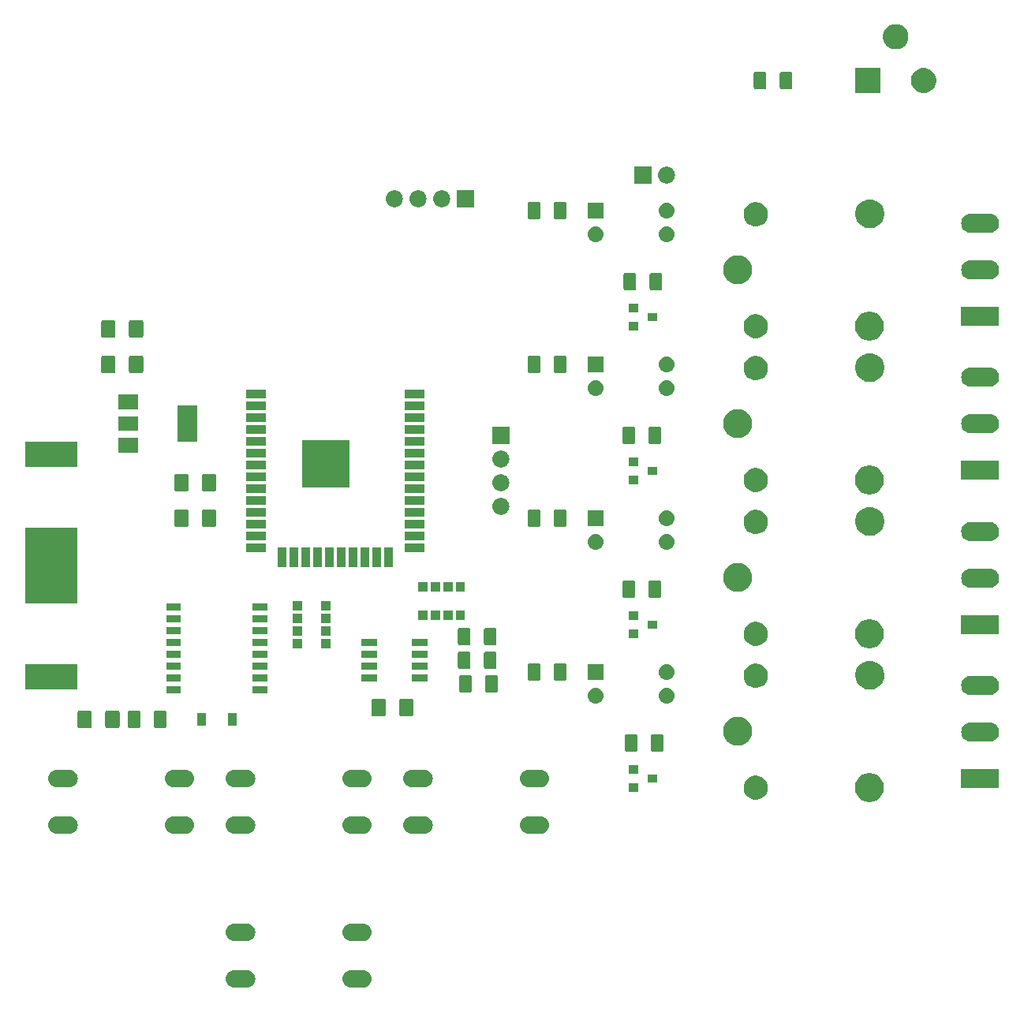
<source format=gbr>
G04 #@! TF.GenerationSoftware,KiCad,Pcbnew,5.0.2+dfsg1-1*
G04 #@! TF.CreationDate,2020-05-31T01:45:13+07:00*
G04 #@! TF.ProjectId,GatiHomeLampController,47617469-486f-46d6-954c-616d70436f6e,rev?*
G04 #@! TF.SameCoordinates,Original*
G04 #@! TF.FileFunction,Soldermask,Top*
G04 #@! TF.FilePolarity,Negative*
%FSLAX46Y46*%
G04 Gerber Fmt 4.6, Leading zero omitted, Abs format (unit mm)*
G04 Created by KiCad (PCBNEW 5.0.2+dfsg1-1) date Sun 31 May 2020 01:45:13 AM WIB*
%MOMM*%
%LPD*%
G01*
G04 APERTURE LIST*
%ADD10C,0.100000*%
G04 APERTURE END LIST*
D10*
G36*
X121289694Y-129828633D02*
X121462094Y-129880931D01*
X121462096Y-129880932D01*
X121620983Y-129965859D01*
X121620985Y-129965860D01*
X121620984Y-129965860D01*
X121760249Y-130080151D01*
X121874540Y-130219416D01*
X121959469Y-130378306D01*
X122011767Y-130550706D01*
X122029425Y-130730000D01*
X122011767Y-130909294D01*
X121959469Y-131081694D01*
X121959468Y-131081696D01*
X121874541Y-131240583D01*
X121760249Y-131379849D01*
X121620983Y-131494141D01*
X121462096Y-131579068D01*
X121462094Y-131579069D01*
X121289694Y-131631367D01*
X121155331Y-131644600D01*
X119744669Y-131644600D01*
X119610306Y-131631367D01*
X119437906Y-131579069D01*
X119437904Y-131579068D01*
X119279017Y-131494141D01*
X119139751Y-131379849D01*
X119025459Y-131240583D01*
X118940532Y-131081696D01*
X118940531Y-131081694D01*
X118888233Y-130909294D01*
X118870575Y-130730000D01*
X118888233Y-130550706D01*
X118940531Y-130378306D01*
X119025460Y-130219416D01*
X119139751Y-130080151D01*
X119279016Y-129965860D01*
X119279015Y-129965860D01*
X119279017Y-129965859D01*
X119437904Y-129880932D01*
X119437906Y-129880931D01*
X119610306Y-129828633D01*
X119744669Y-129815400D01*
X121155331Y-129815400D01*
X121289694Y-129828633D01*
X121289694Y-129828633D01*
G37*
G36*
X108789694Y-129828633D02*
X108962094Y-129880931D01*
X108962096Y-129880932D01*
X109120983Y-129965859D01*
X109120985Y-129965860D01*
X109120984Y-129965860D01*
X109260249Y-130080151D01*
X109374540Y-130219416D01*
X109459469Y-130378306D01*
X109511767Y-130550706D01*
X109529425Y-130730000D01*
X109511767Y-130909294D01*
X109459469Y-131081694D01*
X109459468Y-131081696D01*
X109374541Y-131240583D01*
X109260249Y-131379849D01*
X109120983Y-131494141D01*
X108962096Y-131579068D01*
X108962094Y-131579069D01*
X108789694Y-131631367D01*
X108655331Y-131644600D01*
X107244669Y-131644600D01*
X107110306Y-131631367D01*
X106937906Y-131579069D01*
X106937904Y-131579068D01*
X106779017Y-131494141D01*
X106639751Y-131379849D01*
X106525459Y-131240583D01*
X106440532Y-131081696D01*
X106440531Y-131081694D01*
X106388233Y-130909294D01*
X106370575Y-130730000D01*
X106388233Y-130550706D01*
X106440531Y-130378306D01*
X106525460Y-130219416D01*
X106639751Y-130080151D01*
X106779016Y-129965860D01*
X106779015Y-129965860D01*
X106779017Y-129965859D01*
X106937904Y-129880932D01*
X106937906Y-129880931D01*
X107110306Y-129828633D01*
X107244669Y-129815400D01*
X108655331Y-129815400D01*
X108789694Y-129828633D01*
X108789694Y-129828633D01*
G37*
G36*
X121289694Y-124828633D02*
X121462094Y-124880931D01*
X121462096Y-124880932D01*
X121620983Y-124965859D01*
X121620985Y-124965860D01*
X121620984Y-124965860D01*
X121760249Y-125080151D01*
X121874540Y-125219416D01*
X121959469Y-125378306D01*
X122011767Y-125550706D01*
X122029425Y-125730000D01*
X122011767Y-125909294D01*
X121959469Y-126081694D01*
X121959468Y-126081696D01*
X121874541Y-126240583D01*
X121760249Y-126379849D01*
X121620983Y-126494141D01*
X121462096Y-126579068D01*
X121462094Y-126579069D01*
X121289694Y-126631367D01*
X121155331Y-126644600D01*
X119744669Y-126644600D01*
X119610306Y-126631367D01*
X119437906Y-126579069D01*
X119437904Y-126579068D01*
X119279017Y-126494141D01*
X119139751Y-126379849D01*
X119025459Y-126240583D01*
X118940532Y-126081696D01*
X118940531Y-126081694D01*
X118888233Y-125909294D01*
X118870575Y-125730000D01*
X118888233Y-125550706D01*
X118940531Y-125378306D01*
X119025460Y-125219416D01*
X119139751Y-125080151D01*
X119279016Y-124965860D01*
X119279015Y-124965860D01*
X119279017Y-124965859D01*
X119437904Y-124880932D01*
X119437906Y-124880931D01*
X119610306Y-124828633D01*
X119744669Y-124815400D01*
X121155331Y-124815400D01*
X121289694Y-124828633D01*
X121289694Y-124828633D01*
G37*
G36*
X108789694Y-124828633D02*
X108962094Y-124880931D01*
X108962096Y-124880932D01*
X109120983Y-124965859D01*
X109120985Y-124965860D01*
X109120984Y-124965860D01*
X109260249Y-125080151D01*
X109374540Y-125219416D01*
X109459469Y-125378306D01*
X109511767Y-125550706D01*
X109529425Y-125730000D01*
X109511767Y-125909294D01*
X109459469Y-126081694D01*
X109459468Y-126081696D01*
X109374541Y-126240583D01*
X109260249Y-126379849D01*
X109120983Y-126494141D01*
X108962096Y-126579068D01*
X108962094Y-126579069D01*
X108789694Y-126631367D01*
X108655331Y-126644600D01*
X107244669Y-126644600D01*
X107110306Y-126631367D01*
X106937906Y-126579069D01*
X106937904Y-126579068D01*
X106779017Y-126494141D01*
X106639751Y-126379849D01*
X106525459Y-126240583D01*
X106440532Y-126081696D01*
X106440531Y-126081694D01*
X106388233Y-125909294D01*
X106370575Y-125730000D01*
X106388233Y-125550706D01*
X106440531Y-125378306D01*
X106525460Y-125219416D01*
X106639751Y-125080151D01*
X106779016Y-124965860D01*
X106779015Y-124965860D01*
X106779017Y-124965859D01*
X106937904Y-124880932D01*
X106937906Y-124880931D01*
X107110306Y-124828633D01*
X107244669Y-124815400D01*
X108655331Y-124815400D01*
X108789694Y-124828633D01*
X108789694Y-124828633D01*
G37*
G36*
X140339694Y-113318633D02*
X140512094Y-113370931D01*
X140512096Y-113370932D01*
X140670983Y-113455859D01*
X140670985Y-113455860D01*
X140670984Y-113455860D01*
X140810249Y-113570151D01*
X140924540Y-113709416D01*
X141009469Y-113868306D01*
X141061767Y-114040706D01*
X141079425Y-114220000D01*
X141061767Y-114399294D01*
X141009469Y-114571694D01*
X141009468Y-114571696D01*
X140924541Y-114730583D01*
X140810249Y-114869849D01*
X140670983Y-114984141D01*
X140512096Y-115069068D01*
X140512094Y-115069069D01*
X140339694Y-115121367D01*
X140205331Y-115134600D01*
X138794669Y-115134600D01*
X138660306Y-115121367D01*
X138487906Y-115069069D01*
X138487904Y-115069068D01*
X138329017Y-114984141D01*
X138189751Y-114869849D01*
X138075459Y-114730583D01*
X137990532Y-114571696D01*
X137990531Y-114571694D01*
X137938233Y-114399294D01*
X137920575Y-114220000D01*
X137938233Y-114040706D01*
X137990531Y-113868306D01*
X138075460Y-113709416D01*
X138189751Y-113570151D01*
X138329016Y-113455860D01*
X138329015Y-113455860D01*
X138329017Y-113455859D01*
X138487904Y-113370932D01*
X138487906Y-113370931D01*
X138660306Y-113318633D01*
X138794669Y-113305400D01*
X140205331Y-113305400D01*
X140339694Y-113318633D01*
X140339694Y-113318633D01*
G37*
G36*
X102239694Y-113318633D02*
X102412094Y-113370931D01*
X102412096Y-113370932D01*
X102570983Y-113455859D01*
X102570985Y-113455860D01*
X102570984Y-113455860D01*
X102710249Y-113570151D01*
X102824540Y-113709416D01*
X102909469Y-113868306D01*
X102961767Y-114040706D01*
X102979425Y-114220000D01*
X102961767Y-114399294D01*
X102909469Y-114571694D01*
X102909468Y-114571696D01*
X102824541Y-114730583D01*
X102710249Y-114869849D01*
X102570983Y-114984141D01*
X102412096Y-115069068D01*
X102412094Y-115069069D01*
X102239694Y-115121367D01*
X102105331Y-115134600D01*
X100694669Y-115134600D01*
X100560306Y-115121367D01*
X100387906Y-115069069D01*
X100387904Y-115069068D01*
X100229017Y-114984141D01*
X100089751Y-114869849D01*
X99975459Y-114730583D01*
X99890532Y-114571696D01*
X99890531Y-114571694D01*
X99838233Y-114399294D01*
X99820575Y-114220000D01*
X99838233Y-114040706D01*
X99890531Y-113868306D01*
X99975460Y-113709416D01*
X100089751Y-113570151D01*
X100229016Y-113455860D01*
X100229015Y-113455860D01*
X100229017Y-113455859D01*
X100387904Y-113370932D01*
X100387906Y-113370931D01*
X100560306Y-113318633D01*
X100694669Y-113305400D01*
X102105331Y-113305400D01*
X102239694Y-113318633D01*
X102239694Y-113318633D01*
G37*
G36*
X121289694Y-113318633D02*
X121462094Y-113370931D01*
X121462096Y-113370932D01*
X121620983Y-113455859D01*
X121620985Y-113455860D01*
X121620984Y-113455860D01*
X121760249Y-113570151D01*
X121874540Y-113709416D01*
X121959469Y-113868306D01*
X122011767Y-114040706D01*
X122029425Y-114220000D01*
X122011767Y-114399294D01*
X121959469Y-114571694D01*
X121959468Y-114571696D01*
X121874541Y-114730583D01*
X121760249Y-114869849D01*
X121620983Y-114984141D01*
X121462096Y-115069068D01*
X121462094Y-115069069D01*
X121289694Y-115121367D01*
X121155331Y-115134600D01*
X119744669Y-115134600D01*
X119610306Y-115121367D01*
X119437906Y-115069069D01*
X119437904Y-115069068D01*
X119279017Y-114984141D01*
X119139751Y-114869849D01*
X119025459Y-114730583D01*
X118940532Y-114571696D01*
X118940531Y-114571694D01*
X118888233Y-114399294D01*
X118870575Y-114220000D01*
X118888233Y-114040706D01*
X118940531Y-113868306D01*
X119025460Y-113709416D01*
X119139751Y-113570151D01*
X119279016Y-113455860D01*
X119279015Y-113455860D01*
X119279017Y-113455859D01*
X119437904Y-113370932D01*
X119437906Y-113370931D01*
X119610306Y-113318633D01*
X119744669Y-113305400D01*
X121155331Y-113305400D01*
X121289694Y-113318633D01*
X121289694Y-113318633D01*
G37*
G36*
X108789694Y-113318633D02*
X108962094Y-113370931D01*
X108962096Y-113370932D01*
X109120983Y-113455859D01*
X109120985Y-113455860D01*
X109120984Y-113455860D01*
X109260249Y-113570151D01*
X109374540Y-113709416D01*
X109459469Y-113868306D01*
X109511767Y-114040706D01*
X109529425Y-114220000D01*
X109511767Y-114399294D01*
X109459469Y-114571694D01*
X109459468Y-114571696D01*
X109374541Y-114730583D01*
X109260249Y-114869849D01*
X109120983Y-114984141D01*
X108962096Y-115069068D01*
X108962094Y-115069069D01*
X108789694Y-115121367D01*
X108655331Y-115134600D01*
X107244669Y-115134600D01*
X107110306Y-115121367D01*
X106937906Y-115069069D01*
X106937904Y-115069068D01*
X106779017Y-114984141D01*
X106639751Y-114869849D01*
X106525459Y-114730583D01*
X106440532Y-114571696D01*
X106440531Y-114571694D01*
X106388233Y-114399294D01*
X106370575Y-114220000D01*
X106388233Y-114040706D01*
X106440531Y-113868306D01*
X106525460Y-113709416D01*
X106639751Y-113570151D01*
X106779016Y-113455860D01*
X106779015Y-113455860D01*
X106779017Y-113455859D01*
X106937904Y-113370932D01*
X106937906Y-113370931D01*
X107110306Y-113318633D01*
X107244669Y-113305400D01*
X108655331Y-113305400D01*
X108789694Y-113318633D01*
X108789694Y-113318633D01*
G37*
G36*
X89739694Y-113318633D02*
X89912094Y-113370931D01*
X89912096Y-113370932D01*
X90070983Y-113455859D01*
X90070985Y-113455860D01*
X90070984Y-113455860D01*
X90210249Y-113570151D01*
X90324540Y-113709416D01*
X90409469Y-113868306D01*
X90461767Y-114040706D01*
X90479425Y-114220000D01*
X90461767Y-114399294D01*
X90409469Y-114571694D01*
X90409468Y-114571696D01*
X90324541Y-114730583D01*
X90210249Y-114869849D01*
X90070983Y-114984141D01*
X89912096Y-115069068D01*
X89912094Y-115069069D01*
X89739694Y-115121367D01*
X89605331Y-115134600D01*
X88194669Y-115134600D01*
X88060306Y-115121367D01*
X87887906Y-115069069D01*
X87887904Y-115069068D01*
X87729017Y-114984141D01*
X87589751Y-114869849D01*
X87475459Y-114730583D01*
X87390532Y-114571696D01*
X87390531Y-114571694D01*
X87338233Y-114399294D01*
X87320575Y-114220000D01*
X87338233Y-114040706D01*
X87390531Y-113868306D01*
X87475460Y-113709416D01*
X87589751Y-113570151D01*
X87729016Y-113455860D01*
X87729015Y-113455860D01*
X87729017Y-113455859D01*
X87887904Y-113370932D01*
X87887906Y-113370931D01*
X88060306Y-113318633D01*
X88194669Y-113305400D01*
X89605331Y-113305400D01*
X89739694Y-113318633D01*
X89739694Y-113318633D01*
G37*
G36*
X127839694Y-113318633D02*
X128012094Y-113370931D01*
X128012096Y-113370932D01*
X128170983Y-113455859D01*
X128170985Y-113455860D01*
X128170984Y-113455860D01*
X128310249Y-113570151D01*
X128424540Y-113709416D01*
X128509469Y-113868306D01*
X128561767Y-114040706D01*
X128579425Y-114220000D01*
X128561767Y-114399294D01*
X128509469Y-114571694D01*
X128509468Y-114571696D01*
X128424541Y-114730583D01*
X128310249Y-114869849D01*
X128170983Y-114984141D01*
X128012096Y-115069068D01*
X128012094Y-115069069D01*
X127839694Y-115121367D01*
X127705331Y-115134600D01*
X126294669Y-115134600D01*
X126160306Y-115121367D01*
X125987906Y-115069069D01*
X125987904Y-115069068D01*
X125829017Y-114984141D01*
X125689751Y-114869849D01*
X125575459Y-114730583D01*
X125490532Y-114571696D01*
X125490531Y-114571694D01*
X125438233Y-114399294D01*
X125420575Y-114220000D01*
X125438233Y-114040706D01*
X125490531Y-113868306D01*
X125575460Y-113709416D01*
X125689751Y-113570151D01*
X125829016Y-113455860D01*
X125829015Y-113455860D01*
X125829017Y-113455859D01*
X125987904Y-113370932D01*
X125987906Y-113370931D01*
X126160306Y-113318633D01*
X126294669Y-113305400D01*
X127705331Y-113305400D01*
X127839694Y-113318633D01*
X127839694Y-113318633D01*
G37*
G36*
X175792527Y-108678736D02*
X175892410Y-108698604D01*
X176174674Y-108815521D01*
X176428705Y-108985259D01*
X176644741Y-109201295D01*
X176814479Y-109455326D01*
X176931396Y-109737590D01*
X176991000Y-110037240D01*
X176991000Y-110342760D01*
X176931396Y-110642410D01*
X176814479Y-110924674D01*
X176644741Y-111178705D01*
X176428705Y-111394741D01*
X176174674Y-111564479D01*
X175892410Y-111681396D01*
X175792527Y-111701264D01*
X175592762Y-111741000D01*
X175287238Y-111741000D01*
X175087473Y-111701264D01*
X174987590Y-111681396D01*
X174705326Y-111564479D01*
X174451295Y-111394741D01*
X174235259Y-111178705D01*
X174065521Y-110924674D01*
X173948604Y-110642410D01*
X173889000Y-110342760D01*
X173889000Y-110037240D01*
X173948604Y-109737590D01*
X174065521Y-109455326D01*
X174235259Y-109201295D01*
X174451295Y-108985259D01*
X174705326Y-108815521D01*
X174987590Y-108698604D01*
X175087473Y-108678736D01*
X175287238Y-108639000D01*
X175592762Y-108639000D01*
X175792527Y-108678736D01*
X175792527Y-108678736D01*
G37*
G36*
X163619485Y-108938996D02*
X163619487Y-108938997D01*
X163619488Y-108938997D01*
X163856255Y-109037069D01*
X164069342Y-109179449D01*
X164250551Y-109360658D01*
X164250553Y-109360661D01*
X164392931Y-109573745D01*
X164453098Y-109719000D01*
X164491004Y-109810515D01*
X164541000Y-110061861D01*
X164541000Y-110318139D01*
X164491004Y-110569485D01*
X164392931Y-110806255D01*
X164250551Y-111019342D01*
X164069342Y-111200551D01*
X164069339Y-111200553D01*
X163856255Y-111342931D01*
X163619488Y-111441003D01*
X163619487Y-111441003D01*
X163619485Y-111441004D01*
X163368139Y-111491000D01*
X163111861Y-111491000D01*
X162860515Y-111441004D01*
X162860513Y-111441003D01*
X162860512Y-111441003D01*
X162623745Y-111342931D01*
X162410661Y-111200553D01*
X162410658Y-111200551D01*
X162229449Y-111019342D01*
X162087069Y-110806255D01*
X161988996Y-110569485D01*
X161939000Y-110318139D01*
X161939000Y-110061861D01*
X161988996Y-109810515D01*
X162026903Y-109719000D01*
X162087069Y-109573745D01*
X162229447Y-109360661D01*
X162229449Y-109360658D01*
X162410658Y-109179449D01*
X162623745Y-109037069D01*
X162860512Y-108938997D01*
X162860513Y-108938997D01*
X162860515Y-108938996D01*
X163111861Y-108889000D01*
X163368139Y-108889000D01*
X163619485Y-108938996D01*
X163619485Y-108938996D01*
G37*
G36*
X150631000Y-110621000D02*
X149629000Y-110621000D01*
X149629000Y-109719000D01*
X150631000Y-109719000D01*
X150631000Y-110621000D01*
X150631000Y-110621000D01*
G37*
G36*
X189356000Y-110261000D02*
X185294000Y-110261000D01*
X185294000Y-108179000D01*
X189356000Y-108179000D01*
X189356000Y-110261000D01*
X189356000Y-110261000D01*
G37*
G36*
X127839694Y-108318633D02*
X128012094Y-108370931D01*
X128012096Y-108370932D01*
X128170983Y-108455859D01*
X128170985Y-108455860D01*
X128170984Y-108455860D01*
X128310249Y-108570151D01*
X128424540Y-108709416D01*
X128509469Y-108868306D01*
X128561767Y-109040706D01*
X128579425Y-109220000D01*
X128561767Y-109399294D01*
X128509469Y-109571694D01*
X128509468Y-109571696D01*
X128424541Y-109730583D01*
X128310249Y-109869849D01*
X128170983Y-109984141D01*
X128012096Y-110069068D01*
X128012094Y-110069069D01*
X127839694Y-110121367D01*
X127705331Y-110134600D01*
X126294669Y-110134600D01*
X126160306Y-110121367D01*
X125987906Y-110069069D01*
X125987904Y-110069068D01*
X125829017Y-109984141D01*
X125689751Y-109869849D01*
X125575459Y-109730583D01*
X125490532Y-109571696D01*
X125490531Y-109571694D01*
X125438233Y-109399294D01*
X125420575Y-109220000D01*
X125438233Y-109040706D01*
X125490531Y-108868306D01*
X125575460Y-108709416D01*
X125689751Y-108570151D01*
X125829016Y-108455860D01*
X125829015Y-108455860D01*
X125829017Y-108455859D01*
X125987904Y-108370932D01*
X125987906Y-108370931D01*
X126160306Y-108318633D01*
X126294669Y-108305400D01*
X127705331Y-108305400D01*
X127839694Y-108318633D01*
X127839694Y-108318633D01*
G37*
G36*
X140339694Y-108318633D02*
X140512094Y-108370931D01*
X140512096Y-108370932D01*
X140670983Y-108455859D01*
X140670985Y-108455860D01*
X140670984Y-108455860D01*
X140810249Y-108570151D01*
X140924540Y-108709416D01*
X141009469Y-108868306D01*
X141061767Y-109040706D01*
X141079425Y-109220000D01*
X141061767Y-109399294D01*
X141009469Y-109571694D01*
X141009468Y-109571696D01*
X140924541Y-109730583D01*
X140810249Y-109869849D01*
X140670983Y-109984141D01*
X140512096Y-110069068D01*
X140512094Y-110069069D01*
X140339694Y-110121367D01*
X140205331Y-110134600D01*
X138794669Y-110134600D01*
X138660306Y-110121367D01*
X138487906Y-110069069D01*
X138487904Y-110069068D01*
X138329017Y-109984141D01*
X138189751Y-109869849D01*
X138075459Y-109730583D01*
X137990532Y-109571696D01*
X137990531Y-109571694D01*
X137938233Y-109399294D01*
X137920575Y-109220000D01*
X137938233Y-109040706D01*
X137990531Y-108868306D01*
X138075460Y-108709416D01*
X138189751Y-108570151D01*
X138329016Y-108455860D01*
X138329015Y-108455860D01*
X138329017Y-108455859D01*
X138487904Y-108370932D01*
X138487906Y-108370931D01*
X138660306Y-108318633D01*
X138794669Y-108305400D01*
X140205331Y-108305400D01*
X140339694Y-108318633D01*
X140339694Y-108318633D01*
G37*
G36*
X121289694Y-108318633D02*
X121462094Y-108370931D01*
X121462096Y-108370932D01*
X121620983Y-108455859D01*
X121620985Y-108455860D01*
X121620984Y-108455860D01*
X121760249Y-108570151D01*
X121874540Y-108709416D01*
X121959469Y-108868306D01*
X122011767Y-109040706D01*
X122029425Y-109220000D01*
X122011767Y-109399294D01*
X121959469Y-109571694D01*
X121959468Y-109571696D01*
X121874541Y-109730583D01*
X121760249Y-109869849D01*
X121620983Y-109984141D01*
X121462096Y-110069068D01*
X121462094Y-110069069D01*
X121289694Y-110121367D01*
X121155331Y-110134600D01*
X119744669Y-110134600D01*
X119610306Y-110121367D01*
X119437906Y-110069069D01*
X119437904Y-110069068D01*
X119279017Y-109984141D01*
X119139751Y-109869849D01*
X119025459Y-109730583D01*
X118940532Y-109571696D01*
X118940531Y-109571694D01*
X118888233Y-109399294D01*
X118870575Y-109220000D01*
X118888233Y-109040706D01*
X118940531Y-108868306D01*
X119025460Y-108709416D01*
X119139751Y-108570151D01*
X119279016Y-108455860D01*
X119279015Y-108455860D01*
X119279017Y-108455859D01*
X119437904Y-108370932D01*
X119437906Y-108370931D01*
X119610306Y-108318633D01*
X119744669Y-108305400D01*
X121155331Y-108305400D01*
X121289694Y-108318633D01*
X121289694Y-108318633D01*
G37*
G36*
X108789694Y-108318633D02*
X108962094Y-108370931D01*
X108962096Y-108370932D01*
X109120983Y-108455859D01*
X109120985Y-108455860D01*
X109120984Y-108455860D01*
X109260249Y-108570151D01*
X109374540Y-108709416D01*
X109459469Y-108868306D01*
X109511767Y-109040706D01*
X109529425Y-109220000D01*
X109511767Y-109399294D01*
X109459469Y-109571694D01*
X109459468Y-109571696D01*
X109374541Y-109730583D01*
X109260249Y-109869849D01*
X109120983Y-109984141D01*
X108962096Y-110069068D01*
X108962094Y-110069069D01*
X108789694Y-110121367D01*
X108655331Y-110134600D01*
X107244669Y-110134600D01*
X107110306Y-110121367D01*
X106937906Y-110069069D01*
X106937904Y-110069068D01*
X106779017Y-109984141D01*
X106639751Y-109869849D01*
X106525459Y-109730583D01*
X106440532Y-109571696D01*
X106440531Y-109571694D01*
X106388233Y-109399294D01*
X106370575Y-109220000D01*
X106388233Y-109040706D01*
X106440531Y-108868306D01*
X106525460Y-108709416D01*
X106639751Y-108570151D01*
X106779016Y-108455860D01*
X106779015Y-108455860D01*
X106779017Y-108455859D01*
X106937904Y-108370932D01*
X106937906Y-108370931D01*
X107110306Y-108318633D01*
X107244669Y-108305400D01*
X108655331Y-108305400D01*
X108789694Y-108318633D01*
X108789694Y-108318633D01*
G37*
G36*
X89739694Y-108318633D02*
X89912094Y-108370931D01*
X89912096Y-108370932D01*
X90070983Y-108455859D01*
X90070985Y-108455860D01*
X90070984Y-108455860D01*
X90210249Y-108570151D01*
X90324540Y-108709416D01*
X90409469Y-108868306D01*
X90461767Y-109040706D01*
X90479425Y-109220000D01*
X90461767Y-109399294D01*
X90409469Y-109571694D01*
X90409468Y-109571696D01*
X90324541Y-109730583D01*
X90210249Y-109869849D01*
X90070983Y-109984141D01*
X89912096Y-110069068D01*
X89912094Y-110069069D01*
X89739694Y-110121367D01*
X89605331Y-110134600D01*
X88194669Y-110134600D01*
X88060306Y-110121367D01*
X87887906Y-110069069D01*
X87887904Y-110069068D01*
X87729017Y-109984141D01*
X87589751Y-109869849D01*
X87475459Y-109730583D01*
X87390532Y-109571696D01*
X87390531Y-109571694D01*
X87338233Y-109399294D01*
X87320575Y-109220000D01*
X87338233Y-109040706D01*
X87390531Y-108868306D01*
X87475460Y-108709416D01*
X87589751Y-108570151D01*
X87729016Y-108455860D01*
X87729015Y-108455860D01*
X87729017Y-108455859D01*
X87887904Y-108370932D01*
X87887906Y-108370931D01*
X88060306Y-108318633D01*
X88194669Y-108305400D01*
X89605331Y-108305400D01*
X89739694Y-108318633D01*
X89739694Y-108318633D01*
G37*
G36*
X102239694Y-108318633D02*
X102412094Y-108370931D01*
X102412096Y-108370932D01*
X102570983Y-108455859D01*
X102570985Y-108455860D01*
X102570984Y-108455860D01*
X102710249Y-108570151D01*
X102824540Y-108709416D01*
X102909469Y-108868306D01*
X102961767Y-109040706D01*
X102979425Y-109220000D01*
X102961767Y-109399294D01*
X102909469Y-109571694D01*
X102909468Y-109571696D01*
X102824541Y-109730583D01*
X102710249Y-109869849D01*
X102570983Y-109984141D01*
X102412096Y-110069068D01*
X102412094Y-110069069D01*
X102239694Y-110121367D01*
X102105331Y-110134600D01*
X100694669Y-110134600D01*
X100560306Y-110121367D01*
X100387906Y-110069069D01*
X100387904Y-110069068D01*
X100229017Y-109984141D01*
X100089751Y-109869849D01*
X99975459Y-109730583D01*
X99890532Y-109571696D01*
X99890531Y-109571694D01*
X99838233Y-109399294D01*
X99820575Y-109220000D01*
X99838233Y-109040706D01*
X99890531Y-108868306D01*
X99975460Y-108709416D01*
X100089751Y-108570151D01*
X100229016Y-108455860D01*
X100229015Y-108455860D01*
X100229017Y-108455859D01*
X100387904Y-108370932D01*
X100387906Y-108370931D01*
X100560306Y-108318633D01*
X100694669Y-108305400D01*
X102105331Y-108305400D01*
X102239694Y-108318633D01*
X102239694Y-108318633D01*
G37*
G36*
X152631000Y-109671000D02*
X151629000Y-109671000D01*
X151629000Y-108769000D01*
X152631000Y-108769000D01*
X152631000Y-109671000D01*
X152631000Y-109671000D01*
G37*
G36*
X150631000Y-108721000D02*
X149629000Y-108721000D01*
X149629000Y-107819000D01*
X150631000Y-107819000D01*
X150631000Y-108721000D01*
X150631000Y-108721000D01*
G37*
G36*
X153178604Y-104488347D02*
X153215145Y-104499432D01*
X153248820Y-104517431D01*
X153278341Y-104541659D01*
X153302569Y-104571180D01*
X153320568Y-104604855D01*
X153331653Y-104641396D01*
X153336000Y-104685538D01*
X153336000Y-106134462D01*
X153331653Y-106178604D01*
X153320568Y-106215145D01*
X153302569Y-106248820D01*
X153278341Y-106278341D01*
X153248820Y-106302569D01*
X153215145Y-106320568D01*
X153178604Y-106331653D01*
X153134462Y-106336000D01*
X152185538Y-106336000D01*
X152141396Y-106331653D01*
X152104855Y-106320568D01*
X152071180Y-106302569D01*
X152041659Y-106278341D01*
X152017431Y-106248820D01*
X151999432Y-106215145D01*
X151988347Y-106178604D01*
X151984000Y-106134462D01*
X151984000Y-104685538D01*
X151988347Y-104641396D01*
X151999432Y-104604855D01*
X152017431Y-104571180D01*
X152041659Y-104541659D01*
X152071180Y-104517431D01*
X152104855Y-104499432D01*
X152141396Y-104488347D01*
X152185538Y-104484000D01*
X153134462Y-104484000D01*
X153178604Y-104488347D01*
X153178604Y-104488347D01*
G37*
G36*
X150378604Y-104488347D02*
X150415145Y-104499432D01*
X150448820Y-104517431D01*
X150478341Y-104541659D01*
X150502569Y-104571180D01*
X150520568Y-104604855D01*
X150531653Y-104641396D01*
X150536000Y-104685538D01*
X150536000Y-106134462D01*
X150531653Y-106178604D01*
X150520568Y-106215145D01*
X150502569Y-106248820D01*
X150478341Y-106278341D01*
X150448820Y-106302569D01*
X150415145Y-106320568D01*
X150378604Y-106331653D01*
X150334462Y-106336000D01*
X149385538Y-106336000D01*
X149341396Y-106331653D01*
X149304855Y-106320568D01*
X149271180Y-106302569D01*
X149241659Y-106278341D01*
X149217431Y-106248820D01*
X149199432Y-106215145D01*
X149188347Y-106178604D01*
X149184000Y-106134462D01*
X149184000Y-104685538D01*
X149188347Y-104641396D01*
X149199432Y-104604855D01*
X149217431Y-104571180D01*
X149241659Y-104541659D01*
X149271180Y-104517431D01*
X149304855Y-104499432D01*
X149341396Y-104488347D01*
X149385538Y-104484000D01*
X150334462Y-104484000D01*
X150378604Y-104488347D01*
X150378604Y-104488347D01*
G37*
G36*
X161642527Y-102628736D02*
X161742410Y-102648604D01*
X162024674Y-102765521D01*
X162278705Y-102935259D01*
X162494741Y-103151295D01*
X162664479Y-103405326D01*
X162781396Y-103687590D01*
X162787352Y-103717535D01*
X162841000Y-103987238D01*
X162841000Y-104292762D01*
X162802960Y-104484000D01*
X162781396Y-104592410D01*
X162664479Y-104874674D01*
X162494741Y-105128705D01*
X162278705Y-105344741D01*
X162024674Y-105514479D01*
X161742410Y-105631396D01*
X161642527Y-105651264D01*
X161442762Y-105691000D01*
X161137238Y-105691000D01*
X160937473Y-105651264D01*
X160837590Y-105631396D01*
X160555326Y-105514479D01*
X160301295Y-105344741D01*
X160085259Y-105128705D01*
X159915521Y-104874674D01*
X159798604Y-104592410D01*
X159777040Y-104484000D01*
X159739000Y-104292762D01*
X159739000Y-103987238D01*
X159792648Y-103717535D01*
X159798604Y-103687590D01*
X159915521Y-103405326D01*
X160085259Y-103151295D01*
X160301295Y-102935259D01*
X160555326Y-102765521D01*
X160837590Y-102648604D01*
X160937473Y-102628736D01*
X161137238Y-102589000D01*
X161442762Y-102589000D01*
X161642527Y-102628736D01*
X161642527Y-102628736D01*
G37*
G36*
X188417112Y-103184021D02*
X188519072Y-103194063D01*
X188649891Y-103233747D01*
X188715302Y-103253589D01*
X188896148Y-103350254D01*
X189054659Y-103480341D01*
X189184746Y-103638852D01*
X189281411Y-103819698D01*
X189281411Y-103819699D01*
X189340937Y-104015928D01*
X189361036Y-104220000D01*
X189340937Y-104424072D01*
X189308934Y-104529571D01*
X189281411Y-104620302D01*
X189184746Y-104801148D01*
X189054659Y-104959659D01*
X188896148Y-105089746D01*
X188715302Y-105186411D01*
X188649891Y-105206253D01*
X188519072Y-105245937D01*
X188417112Y-105255979D01*
X188366133Y-105261000D01*
X186283867Y-105261000D01*
X186232888Y-105255979D01*
X186130928Y-105245937D01*
X186000109Y-105206253D01*
X185934698Y-105186411D01*
X185753852Y-105089746D01*
X185595341Y-104959659D01*
X185465254Y-104801148D01*
X185368589Y-104620302D01*
X185341066Y-104529571D01*
X185309063Y-104424072D01*
X185288964Y-104220000D01*
X185309063Y-104015928D01*
X185368589Y-103819699D01*
X185368589Y-103819698D01*
X185465254Y-103638852D01*
X185595341Y-103480341D01*
X185753852Y-103350254D01*
X185934698Y-103253589D01*
X186000109Y-103233747D01*
X186130928Y-103194063D01*
X186232888Y-103184021D01*
X186283867Y-103179000D01*
X188366133Y-103179000D01*
X188417112Y-103184021D01*
X188417112Y-103184021D01*
G37*
G36*
X97038604Y-101948347D02*
X97075145Y-101959432D01*
X97108820Y-101977431D01*
X97138341Y-102001659D01*
X97162569Y-102031180D01*
X97180568Y-102064855D01*
X97191653Y-102101396D01*
X97196000Y-102145538D01*
X97196000Y-103594462D01*
X97191653Y-103638604D01*
X97180568Y-103675145D01*
X97162569Y-103708820D01*
X97138341Y-103738341D01*
X97108820Y-103762569D01*
X97075145Y-103780568D01*
X97038604Y-103791653D01*
X96994462Y-103796000D01*
X96045538Y-103796000D01*
X96001396Y-103791653D01*
X95964855Y-103780568D01*
X95931180Y-103762569D01*
X95901659Y-103738341D01*
X95877431Y-103708820D01*
X95859432Y-103675145D01*
X95848347Y-103638604D01*
X95844000Y-103594462D01*
X95844000Y-102145538D01*
X95848347Y-102101396D01*
X95859432Y-102064855D01*
X95877431Y-102031180D01*
X95901659Y-102001659D01*
X95931180Y-101977431D01*
X95964855Y-101959432D01*
X96001396Y-101948347D01*
X96045538Y-101944000D01*
X96994462Y-101944000D01*
X97038604Y-101948347D01*
X97038604Y-101948347D01*
G37*
G36*
X91835562Y-101948181D02*
X91870477Y-101958773D01*
X91902665Y-101975978D01*
X91930873Y-101999127D01*
X91954022Y-102027335D01*
X91971227Y-102059523D01*
X91981819Y-102094438D01*
X91986000Y-102136895D01*
X91986000Y-103603105D01*
X91981819Y-103645562D01*
X91971227Y-103680477D01*
X91954022Y-103712665D01*
X91930873Y-103740873D01*
X91902665Y-103764022D01*
X91870477Y-103781227D01*
X91835562Y-103791819D01*
X91793105Y-103796000D01*
X90651895Y-103796000D01*
X90609438Y-103791819D01*
X90574523Y-103781227D01*
X90542335Y-103764022D01*
X90514127Y-103740873D01*
X90490978Y-103712665D01*
X90473773Y-103680477D01*
X90463181Y-103645562D01*
X90459000Y-103603105D01*
X90459000Y-102136895D01*
X90463181Y-102094438D01*
X90473773Y-102059523D01*
X90490978Y-102027335D01*
X90514127Y-101999127D01*
X90542335Y-101975978D01*
X90574523Y-101958773D01*
X90609438Y-101948181D01*
X90651895Y-101944000D01*
X91793105Y-101944000D01*
X91835562Y-101948181D01*
X91835562Y-101948181D01*
G37*
G36*
X99838604Y-101948347D02*
X99875145Y-101959432D01*
X99908820Y-101977431D01*
X99938341Y-102001659D01*
X99962569Y-102031180D01*
X99980568Y-102064855D01*
X99991653Y-102101396D01*
X99996000Y-102145538D01*
X99996000Y-103594462D01*
X99991653Y-103638604D01*
X99980568Y-103675145D01*
X99962569Y-103708820D01*
X99938341Y-103738341D01*
X99908820Y-103762569D01*
X99875145Y-103780568D01*
X99838604Y-103791653D01*
X99794462Y-103796000D01*
X98845538Y-103796000D01*
X98801396Y-103791653D01*
X98764855Y-103780568D01*
X98731180Y-103762569D01*
X98701659Y-103738341D01*
X98677431Y-103708820D01*
X98659432Y-103675145D01*
X98648347Y-103638604D01*
X98644000Y-103594462D01*
X98644000Y-102145538D01*
X98648347Y-102101396D01*
X98659432Y-102064855D01*
X98677431Y-102031180D01*
X98701659Y-102001659D01*
X98731180Y-101977431D01*
X98764855Y-101959432D01*
X98801396Y-101948347D01*
X98845538Y-101944000D01*
X99794462Y-101944000D01*
X99838604Y-101948347D01*
X99838604Y-101948347D01*
G37*
G36*
X94810562Y-101948181D02*
X94845477Y-101958773D01*
X94877665Y-101975978D01*
X94905873Y-101999127D01*
X94929022Y-102027335D01*
X94946227Y-102059523D01*
X94956819Y-102094438D01*
X94961000Y-102136895D01*
X94961000Y-103603105D01*
X94956819Y-103645562D01*
X94946227Y-103680477D01*
X94929022Y-103712665D01*
X94905873Y-103740873D01*
X94877665Y-103764022D01*
X94845477Y-103781227D01*
X94810562Y-103791819D01*
X94768105Y-103796000D01*
X93626895Y-103796000D01*
X93584438Y-103791819D01*
X93549523Y-103781227D01*
X93517335Y-103764022D01*
X93489127Y-103740873D01*
X93465978Y-103712665D01*
X93448773Y-103680477D01*
X93438181Y-103645562D01*
X93434000Y-103603105D01*
X93434000Y-102136895D01*
X93438181Y-102094438D01*
X93448773Y-102059523D01*
X93465978Y-102027335D01*
X93489127Y-101999127D01*
X93517335Y-101975978D01*
X93549523Y-101958773D01*
X93584438Y-101948181D01*
X93626895Y-101944000D01*
X94768105Y-101944000D01*
X94810562Y-101948181D01*
X94810562Y-101948181D01*
G37*
G36*
X104261000Y-103521000D02*
X103259000Y-103521000D01*
X103259000Y-102219000D01*
X104261000Y-102219000D01*
X104261000Y-103521000D01*
X104261000Y-103521000D01*
G37*
G36*
X107561000Y-103521000D02*
X106559000Y-103521000D01*
X106559000Y-102219000D01*
X107561000Y-102219000D01*
X107561000Y-103521000D01*
X107561000Y-103521000D01*
G37*
G36*
X123368062Y-100678181D02*
X123402977Y-100688773D01*
X123435165Y-100705978D01*
X123463373Y-100729127D01*
X123486522Y-100757335D01*
X123503727Y-100789523D01*
X123514319Y-100824438D01*
X123518500Y-100866895D01*
X123518500Y-102333105D01*
X123514319Y-102375562D01*
X123503727Y-102410477D01*
X123486522Y-102442665D01*
X123463373Y-102470873D01*
X123435165Y-102494022D01*
X123402977Y-102511227D01*
X123368062Y-102521819D01*
X123325605Y-102526000D01*
X122184395Y-102526000D01*
X122141938Y-102521819D01*
X122107023Y-102511227D01*
X122074835Y-102494022D01*
X122046627Y-102470873D01*
X122023478Y-102442665D01*
X122006273Y-102410477D01*
X121995681Y-102375562D01*
X121991500Y-102333105D01*
X121991500Y-100866895D01*
X121995681Y-100824438D01*
X122006273Y-100789523D01*
X122023478Y-100757335D01*
X122046627Y-100729127D01*
X122074835Y-100705978D01*
X122107023Y-100688773D01*
X122141938Y-100678181D01*
X122184395Y-100674000D01*
X123325605Y-100674000D01*
X123368062Y-100678181D01*
X123368062Y-100678181D01*
G37*
G36*
X126343062Y-100678181D02*
X126377977Y-100688773D01*
X126410165Y-100705978D01*
X126438373Y-100729127D01*
X126461522Y-100757335D01*
X126478727Y-100789523D01*
X126489319Y-100824438D01*
X126493500Y-100866895D01*
X126493500Y-102333105D01*
X126489319Y-102375562D01*
X126478727Y-102410477D01*
X126461522Y-102442665D01*
X126438373Y-102470873D01*
X126410165Y-102494022D01*
X126377977Y-102511227D01*
X126343062Y-102521819D01*
X126300605Y-102526000D01*
X125159395Y-102526000D01*
X125116938Y-102521819D01*
X125082023Y-102511227D01*
X125049835Y-102494022D01*
X125021627Y-102470873D01*
X124998478Y-102442665D01*
X124981273Y-102410477D01*
X124970681Y-102375562D01*
X124966500Y-102333105D01*
X124966500Y-100866895D01*
X124970681Y-100824438D01*
X124981273Y-100789523D01*
X124998478Y-100757335D01*
X125021627Y-100729127D01*
X125049835Y-100705978D01*
X125082023Y-100688773D01*
X125116938Y-100678181D01*
X125159395Y-100674000D01*
X126300605Y-100674000D01*
X126343062Y-100678181D01*
X126343062Y-100678181D01*
G37*
G36*
X153836821Y-99491313D02*
X153836824Y-99491314D01*
X153836825Y-99491314D01*
X153997239Y-99539975D01*
X153997241Y-99539976D01*
X153997244Y-99539977D01*
X154145078Y-99618995D01*
X154274659Y-99725341D01*
X154381005Y-99854922D01*
X154460023Y-100002756D01*
X154460024Y-100002759D01*
X154460025Y-100002761D01*
X154486412Y-100089747D01*
X154508687Y-100163179D01*
X154525117Y-100330000D01*
X154508687Y-100496821D01*
X154460023Y-100657244D01*
X154381005Y-100805078D01*
X154274659Y-100934659D01*
X154145078Y-101041005D01*
X153997244Y-101120023D01*
X153997241Y-101120024D01*
X153997239Y-101120025D01*
X153836825Y-101168686D01*
X153836824Y-101168686D01*
X153836821Y-101168687D01*
X153711804Y-101181000D01*
X153628196Y-101181000D01*
X153503179Y-101168687D01*
X153503176Y-101168686D01*
X153503175Y-101168686D01*
X153342761Y-101120025D01*
X153342759Y-101120024D01*
X153342756Y-101120023D01*
X153194922Y-101041005D01*
X153065341Y-100934659D01*
X152958995Y-100805078D01*
X152879977Y-100657244D01*
X152831313Y-100496821D01*
X152814883Y-100330000D01*
X152831313Y-100163179D01*
X152853588Y-100089747D01*
X152879975Y-100002761D01*
X152879976Y-100002759D01*
X152879977Y-100002756D01*
X152958995Y-99854922D01*
X153065341Y-99725341D01*
X153194922Y-99618995D01*
X153342756Y-99539977D01*
X153342759Y-99539976D01*
X153342761Y-99539975D01*
X153503175Y-99491314D01*
X153503176Y-99491314D01*
X153503179Y-99491313D01*
X153628196Y-99479000D01*
X153711804Y-99479000D01*
X153836821Y-99491313D01*
X153836821Y-99491313D01*
G37*
G36*
X146216821Y-99491313D02*
X146216824Y-99491314D01*
X146216825Y-99491314D01*
X146377239Y-99539975D01*
X146377241Y-99539976D01*
X146377244Y-99539977D01*
X146525078Y-99618995D01*
X146654659Y-99725341D01*
X146761005Y-99854922D01*
X146840023Y-100002756D01*
X146840024Y-100002759D01*
X146840025Y-100002761D01*
X146866412Y-100089747D01*
X146888687Y-100163179D01*
X146905117Y-100330000D01*
X146888687Y-100496821D01*
X146840023Y-100657244D01*
X146761005Y-100805078D01*
X146654659Y-100934659D01*
X146525078Y-101041005D01*
X146377244Y-101120023D01*
X146377241Y-101120024D01*
X146377239Y-101120025D01*
X146216825Y-101168686D01*
X146216824Y-101168686D01*
X146216821Y-101168687D01*
X146091804Y-101181000D01*
X146008196Y-101181000D01*
X145883179Y-101168687D01*
X145883176Y-101168686D01*
X145883175Y-101168686D01*
X145722761Y-101120025D01*
X145722759Y-101120024D01*
X145722756Y-101120023D01*
X145574922Y-101041005D01*
X145445341Y-100934659D01*
X145338995Y-100805078D01*
X145259977Y-100657244D01*
X145211313Y-100496821D01*
X145194883Y-100330000D01*
X145211313Y-100163179D01*
X145233588Y-100089747D01*
X145259975Y-100002761D01*
X145259976Y-100002759D01*
X145259977Y-100002756D01*
X145338995Y-99854922D01*
X145445341Y-99725341D01*
X145574922Y-99618995D01*
X145722756Y-99539977D01*
X145722759Y-99539976D01*
X145722761Y-99539975D01*
X145883175Y-99491314D01*
X145883176Y-99491314D01*
X145883179Y-99491313D01*
X146008196Y-99479000D01*
X146091804Y-99479000D01*
X146216821Y-99491313D01*
X146216821Y-99491313D01*
G37*
G36*
X188371930Y-98179571D02*
X188519072Y-98194063D01*
X188649891Y-98233747D01*
X188715302Y-98253589D01*
X188896148Y-98350254D01*
X189054659Y-98480341D01*
X189184746Y-98638852D01*
X189281411Y-98819698D01*
X189281411Y-98819699D01*
X189340937Y-99015928D01*
X189361036Y-99220000D01*
X189340937Y-99424072D01*
X189320634Y-99491000D01*
X189281411Y-99620302D01*
X189184746Y-99801148D01*
X189054659Y-99959659D01*
X188896148Y-100089746D01*
X188715302Y-100186411D01*
X188649891Y-100206253D01*
X188519072Y-100245937D01*
X188417112Y-100255979D01*
X188366133Y-100261000D01*
X186283867Y-100261000D01*
X186232888Y-100255979D01*
X186130928Y-100245937D01*
X186000109Y-100206253D01*
X185934698Y-100186411D01*
X185753852Y-100089746D01*
X185595341Y-99959659D01*
X185465254Y-99801148D01*
X185368589Y-99620302D01*
X185329366Y-99491000D01*
X185309063Y-99424072D01*
X185288964Y-99220000D01*
X185309063Y-99015928D01*
X185368589Y-98819699D01*
X185368589Y-98819698D01*
X185465254Y-98638852D01*
X185595341Y-98480341D01*
X185753852Y-98350254D01*
X185934698Y-98253589D01*
X186000109Y-98233747D01*
X186130928Y-98194063D01*
X186278070Y-98179571D01*
X186283867Y-98179000D01*
X188366133Y-98179000D01*
X188371930Y-98179571D01*
X188371930Y-98179571D01*
G37*
G36*
X101561000Y-100046000D02*
X99959000Y-100046000D01*
X99959000Y-99344000D01*
X101561000Y-99344000D01*
X101561000Y-100046000D01*
X101561000Y-100046000D01*
G37*
G36*
X110861000Y-100046000D02*
X109259000Y-100046000D01*
X109259000Y-99344000D01*
X110861000Y-99344000D01*
X110861000Y-100046000D01*
X110861000Y-100046000D01*
G37*
G36*
X135398604Y-98138347D02*
X135435145Y-98149432D01*
X135468820Y-98167431D01*
X135498341Y-98191659D01*
X135522569Y-98221180D01*
X135540568Y-98254855D01*
X135551653Y-98291396D01*
X135556000Y-98335538D01*
X135556000Y-99784462D01*
X135551653Y-99828604D01*
X135540568Y-99865145D01*
X135522569Y-99898820D01*
X135498341Y-99928341D01*
X135468820Y-99952569D01*
X135435145Y-99970568D01*
X135398604Y-99981653D01*
X135354462Y-99986000D01*
X134405538Y-99986000D01*
X134361396Y-99981653D01*
X134324855Y-99970568D01*
X134291180Y-99952569D01*
X134261659Y-99928341D01*
X134237431Y-99898820D01*
X134219432Y-99865145D01*
X134208347Y-99828604D01*
X134204000Y-99784462D01*
X134204000Y-98335538D01*
X134208347Y-98291396D01*
X134219432Y-98254855D01*
X134237431Y-98221180D01*
X134261659Y-98191659D01*
X134291180Y-98167431D01*
X134324855Y-98149432D01*
X134361396Y-98138347D01*
X134405538Y-98134000D01*
X135354462Y-98134000D01*
X135398604Y-98138347D01*
X135398604Y-98138347D01*
G37*
G36*
X132598604Y-98138347D02*
X132635145Y-98149432D01*
X132668820Y-98167431D01*
X132698341Y-98191659D01*
X132722569Y-98221180D01*
X132740568Y-98254855D01*
X132751653Y-98291396D01*
X132756000Y-98335538D01*
X132756000Y-99784462D01*
X132751653Y-99828604D01*
X132740568Y-99865145D01*
X132722569Y-99898820D01*
X132698341Y-99928341D01*
X132668820Y-99952569D01*
X132635145Y-99970568D01*
X132598604Y-99981653D01*
X132554462Y-99986000D01*
X131605538Y-99986000D01*
X131561396Y-99981653D01*
X131524855Y-99970568D01*
X131491180Y-99952569D01*
X131461659Y-99928341D01*
X131437431Y-99898820D01*
X131419432Y-99865145D01*
X131408347Y-99828604D01*
X131404000Y-99784462D01*
X131404000Y-98335538D01*
X131408347Y-98291396D01*
X131419432Y-98254855D01*
X131437431Y-98221180D01*
X131461659Y-98191659D01*
X131491180Y-98167431D01*
X131524855Y-98149432D01*
X131561396Y-98138347D01*
X131605538Y-98134000D01*
X132554462Y-98134000D01*
X132598604Y-98138347D01*
X132598604Y-98138347D01*
G37*
G36*
X175842527Y-96628736D02*
X175942410Y-96648604D01*
X176224674Y-96765521D01*
X176478705Y-96935259D01*
X176694741Y-97151295D01*
X176864479Y-97405326D01*
X176954716Y-97623179D01*
X176981396Y-97687591D01*
X177041000Y-97987238D01*
X177041000Y-98292762D01*
X177010598Y-98445600D01*
X176981396Y-98592410D01*
X176864479Y-98874674D01*
X176694741Y-99128705D01*
X176478705Y-99344741D01*
X176224674Y-99514479D01*
X175942410Y-99631396D01*
X175842527Y-99651264D01*
X175642762Y-99691000D01*
X175337238Y-99691000D01*
X175137473Y-99651264D01*
X175037590Y-99631396D01*
X174755326Y-99514479D01*
X174501295Y-99344741D01*
X174285259Y-99128705D01*
X174115521Y-98874674D01*
X173998604Y-98592410D01*
X173969402Y-98445600D01*
X173939000Y-98292762D01*
X173939000Y-97987238D01*
X173998604Y-97687591D01*
X174025284Y-97623179D01*
X174115521Y-97405326D01*
X174285259Y-97151295D01*
X174501295Y-96935259D01*
X174755326Y-96765521D01*
X175037590Y-96648604D01*
X175137473Y-96628736D01*
X175337238Y-96589000D01*
X175642762Y-96589000D01*
X175842527Y-96628736D01*
X175842527Y-96628736D01*
G37*
G36*
X90461000Y-99616000D02*
X84799000Y-99616000D01*
X84799000Y-96914000D01*
X90461000Y-96914000D01*
X90461000Y-99616000D01*
X90461000Y-99616000D01*
G37*
G36*
X163619485Y-96938996D02*
X163619487Y-96938997D01*
X163619488Y-96938997D01*
X163728555Y-96984174D01*
X163856255Y-97037069D01*
X164069342Y-97179449D01*
X164250551Y-97360658D01*
X164285237Y-97412569D01*
X164392931Y-97573745D01*
X164482507Y-97790000D01*
X164491004Y-97810515D01*
X164541000Y-98061861D01*
X164541000Y-98318139D01*
X164501949Y-98514462D01*
X164491003Y-98569488D01*
X164436708Y-98700568D01*
X164392931Y-98806255D01*
X164250551Y-99019342D01*
X164069342Y-99200551D01*
X164069339Y-99200553D01*
X163856255Y-99342931D01*
X163619488Y-99441003D01*
X163619487Y-99441003D01*
X163619485Y-99441004D01*
X163368139Y-99491000D01*
X163111861Y-99491000D01*
X162860515Y-99441004D01*
X162860513Y-99441003D01*
X162860512Y-99441003D01*
X162623745Y-99342931D01*
X162410661Y-99200553D01*
X162410658Y-99200551D01*
X162229449Y-99019342D01*
X162087069Y-98806255D01*
X162043292Y-98700568D01*
X161988997Y-98569488D01*
X161978052Y-98514462D01*
X161939000Y-98318139D01*
X161939000Y-98061861D01*
X161988996Y-97810515D01*
X161997494Y-97790000D01*
X162087069Y-97573745D01*
X162194763Y-97412569D01*
X162229449Y-97360658D01*
X162410658Y-97179449D01*
X162623745Y-97037069D01*
X162751445Y-96984174D01*
X162860512Y-96938997D01*
X162860513Y-96938997D01*
X162860515Y-96938996D01*
X163111861Y-96889000D01*
X163368139Y-96889000D01*
X163619485Y-96938996D01*
X163619485Y-96938996D01*
G37*
G36*
X101561000Y-98776000D02*
X99959000Y-98776000D01*
X99959000Y-98074000D01*
X101561000Y-98074000D01*
X101561000Y-98776000D01*
X101561000Y-98776000D01*
G37*
G36*
X127986000Y-98776000D02*
X126334000Y-98776000D01*
X126334000Y-98074000D01*
X127986000Y-98074000D01*
X127986000Y-98776000D01*
X127986000Y-98776000D01*
G37*
G36*
X122586000Y-98776000D02*
X120934000Y-98776000D01*
X120934000Y-98074000D01*
X122586000Y-98074000D01*
X122586000Y-98776000D01*
X122586000Y-98776000D01*
G37*
G36*
X110861000Y-98776000D02*
X109259000Y-98776000D01*
X109259000Y-98074000D01*
X110861000Y-98074000D01*
X110861000Y-98776000D01*
X110861000Y-98776000D01*
G37*
G36*
X142758604Y-96868347D02*
X142795145Y-96879432D01*
X142828820Y-96897431D01*
X142858341Y-96921659D01*
X142882569Y-96951180D01*
X142900568Y-96984855D01*
X142911653Y-97021396D01*
X142916000Y-97065538D01*
X142916000Y-98514462D01*
X142911653Y-98558604D01*
X142900568Y-98595145D01*
X142882569Y-98628820D01*
X142858341Y-98658341D01*
X142828820Y-98682569D01*
X142795145Y-98700568D01*
X142758604Y-98711653D01*
X142714462Y-98716000D01*
X141765538Y-98716000D01*
X141721396Y-98711653D01*
X141684855Y-98700568D01*
X141651180Y-98682569D01*
X141621659Y-98658341D01*
X141597431Y-98628820D01*
X141579432Y-98595145D01*
X141568347Y-98558604D01*
X141564000Y-98514462D01*
X141564000Y-97065538D01*
X141568347Y-97021396D01*
X141579432Y-96984855D01*
X141597431Y-96951180D01*
X141621659Y-96921659D01*
X141651180Y-96897431D01*
X141684855Y-96879432D01*
X141721396Y-96868347D01*
X141765538Y-96864000D01*
X142714462Y-96864000D01*
X142758604Y-96868347D01*
X142758604Y-96868347D01*
G37*
G36*
X139958604Y-96868347D02*
X139995145Y-96879432D01*
X140028820Y-96897431D01*
X140058341Y-96921659D01*
X140082569Y-96951180D01*
X140100568Y-96984855D01*
X140111653Y-97021396D01*
X140116000Y-97065538D01*
X140116000Y-98514462D01*
X140111653Y-98558604D01*
X140100568Y-98595145D01*
X140082569Y-98628820D01*
X140058341Y-98658341D01*
X140028820Y-98682569D01*
X139995145Y-98700568D01*
X139958604Y-98711653D01*
X139914462Y-98716000D01*
X138965538Y-98716000D01*
X138921396Y-98711653D01*
X138884855Y-98700568D01*
X138851180Y-98682569D01*
X138821659Y-98658341D01*
X138797431Y-98628820D01*
X138779432Y-98595145D01*
X138768347Y-98558604D01*
X138764000Y-98514462D01*
X138764000Y-97065538D01*
X138768347Y-97021396D01*
X138779432Y-96984855D01*
X138797431Y-96951180D01*
X138821659Y-96921659D01*
X138851180Y-96897431D01*
X138884855Y-96879432D01*
X138921396Y-96868347D01*
X138965538Y-96864000D01*
X139914462Y-96864000D01*
X139958604Y-96868347D01*
X139958604Y-96868347D01*
G37*
G36*
X153836821Y-96951313D02*
X153836824Y-96951314D01*
X153836825Y-96951314D01*
X153997239Y-96999975D01*
X153997241Y-96999976D01*
X153997244Y-96999977D01*
X154145078Y-97078995D01*
X154274659Y-97185341D01*
X154381005Y-97314922D01*
X154460023Y-97462756D01*
X154460024Y-97462759D01*
X154460025Y-97462761D01*
X154508686Y-97623175D01*
X154508687Y-97623179D01*
X154525117Y-97790000D01*
X154508687Y-97956821D01*
X154508686Y-97956824D01*
X154508686Y-97956825D01*
X154476824Y-98061861D01*
X154460023Y-98117244D01*
X154381005Y-98265078D01*
X154274659Y-98394659D01*
X154145078Y-98501005D01*
X153997244Y-98580023D01*
X153997241Y-98580024D01*
X153997239Y-98580025D01*
X153836825Y-98628686D01*
X153836824Y-98628686D01*
X153836821Y-98628687D01*
X153711804Y-98641000D01*
X153628196Y-98641000D01*
X153503179Y-98628687D01*
X153503176Y-98628686D01*
X153503175Y-98628686D01*
X153342761Y-98580025D01*
X153342759Y-98580024D01*
X153342756Y-98580023D01*
X153194922Y-98501005D01*
X153065341Y-98394659D01*
X152958995Y-98265078D01*
X152879977Y-98117244D01*
X152863177Y-98061861D01*
X152831314Y-97956825D01*
X152831314Y-97956824D01*
X152831313Y-97956821D01*
X152814883Y-97790000D01*
X152831313Y-97623179D01*
X152831314Y-97623175D01*
X152879975Y-97462761D01*
X152879976Y-97462759D01*
X152879977Y-97462756D01*
X152958995Y-97314922D01*
X153065341Y-97185341D01*
X153194922Y-97078995D01*
X153342756Y-96999977D01*
X153342759Y-96999976D01*
X153342761Y-96999975D01*
X153503175Y-96951314D01*
X153503176Y-96951314D01*
X153503179Y-96951313D01*
X153628196Y-96939000D01*
X153711804Y-96939000D01*
X153836821Y-96951313D01*
X153836821Y-96951313D01*
G37*
G36*
X146901000Y-98641000D02*
X145199000Y-98641000D01*
X145199000Y-96939000D01*
X146901000Y-96939000D01*
X146901000Y-98641000D01*
X146901000Y-98641000D01*
G37*
G36*
X127986000Y-97506000D02*
X126334000Y-97506000D01*
X126334000Y-96804000D01*
X127986000Y-96804000D01*
X127986000Y-97506000D01*
X127986000Y-97506000D01*
G37*
G36*
X122586000Y-97506000D02*
X120934000Y-97506000D01*
X120934000Y-96804000D01*
X122586000Y-96804000D01*
X122586000Y-97506000D01*
X122586000Y-97506000D01*
G37*
G36*
X101561000Y-97506000D02*
X99959000Y-97506000D01*
X99959000Y-96804000D01*
X101561000Y-96804000D01*
X101561000Y-97506000D01*
X101561000Y-97506000D01*
G37*
G36*
X110861000Y-97506000D02*
X109259000Y-97506000D01*
X109259000Y-96804000D01*
X110861000Y-96804000D01*
X110861000Y-97506000D01*
X110861000Y-97506000D01*
G37*
G36*
X132468604Y-95598347D02*
X132505145Y-95609432D01*
X132538820Y-95627431D01*
X132568341Y-95651659D01*
X132592569Y-95681180D01*
X132610568Y-95714855D01*
X132621653Y-95751396D01*
X132626000Y-95795538D01*
X132626000Y-97244462D01*
X132621653Y-97288604D01*
X132610568Y-97325145D01*
X132592569Y-97358820D01*
X132568341Y-97388341D01*
X132538820Y-97412569D01*
X132505145Y-97430568D01*
X132468604Y-97441653D01*
X132424462Y-97446000D01*
X131475538Y-97446000D01*
X131431396Y-97441653D01*
X131394855Y-97430568D01*
X131361180Y-97412569D01*
X131331659Y-97388341D01*
X131307431Y-97358820D01*
X131289432Y-97325145D01*
X131278347Y-97288604D01*
X131274000Y-97244462D01*
X131274000Y-95795538D01*
X131278347Y-95751396D01*
X131289432Y-95714855D01*
X131307431Y-95681180D01*
X131331659Y-95651659D01*
X131361180Y-95627431D01*
X131394855Y-95609432D01*
X131431396Y-95598347D01*
X131475538Y-95594000D01*
X132424462Y-95594000D01*
X132468604Y-95598347D01*
X132468604Y-95598347D01*
G37*
G36*
X135268604Y-95598347D02*
X135305145Y-95609432D01*
X135338820Y-95627431D01*
X135368341Y-95651659D01*
X135392569Y-95681180D01*
X135410568Y-95714855D01*
X135421653Y-95751396D01*
X135426000Y-95795538D01*
X135426000Y-97244462D01*
X135421653Y-97288604D01*
X135410568Y-97325145D01*
X135392569Y-97358820D01*
X135368341Y-97388341D01*
X135338820Y-97412569D01*
X135305145Y-97430568D01*
X135268604Y-97441653D01*
X135224462Y-97446000D01*
X134275538Y-97446000D01*
X134231396Y-97441653D01*
X134194855Y-97430568D01*
X134161180Y-97412569D01*
X134131659Y-97388341D01*
X134107431Y-97358820D01*
X134089432Y-97325145D01*
X134078347Y-97288604D01*
X134074000Y-97244462D01*
X134074000Y-95795538D01*
X134078347Y-95751396D01*
X134089432Y-95714855D01*
X134107431Y-95681180D01*
X134131659Y-95651659D01*
X134161180Y-95627431D01*
X134194855Y-95609432D01*
X134231396Y-95598347D01*
X134275538Y-95594000D01*
X135224462Y-95594000D01*
X135268604Y-95598347D01*
X135268604Y-95598347D01*
G37*
G36*
X122586000Y-96236000D02*
X120934000Y-96236000D01*
X120934000Y-95534000D01*
X122586000Y-95534000D01*
X122586000Y-96236000D01*
X122586000Y-96236000D01*
G37*
G36*
X110861000Y-96236000D02*
X109259000Y-96236000D01*
X109259000Y-95534000D01*
X110861000Y-95534000D01*
X110861000Y-96236000D01*
X110861000Y-96236000D01*
G37*
G36*
X101561000Y-96236000D02*
X99959000Y-96236000D01*
X99959000Y-95534000D01*
X101561000Y-95534000D01*
X101561000Y-96236000D01*
X101561000Y-96236000D01*
G37*
G36*
X127986000Y-96236000D02*
X126334000Y-96236000D01*
X126334000Y-95534000D01*
X127986000Y-95534000D01*
X127986000Y-96236000D01*
X127986000Y-96236000D01*
G37*
G36*
X175792527Y-92168736D02*
X175892410Y-92188604D01*
X176174674Y-92305521D01*
X176428705Y-92475259D01*
X176644741Y-92691295D01*
X176814479Y-92945326D01*
X176931396Y-93227590D01*
X176991000Y-93527240D01*
X176991000Y-93832760D01*
X176931396Y-94132410D01*
X176814479Y-94414674D01*
X176644741Y-94668705D01*
X176428705Y-94884741D01*
X176174674Y-95054479D01*
X175892410Y-95171396D01*
X175792527Y-95191264D01*
X175592762Y-95231000D01*
X175287238Y-95231000D01*
X175087473Y-95191264D01*
X174987590Y-95171396D01*
X174705326Y-95054479D01*
X174451295Y-94884741D01*
X174235259Y-94668705D01*
X174065521Y-94414674D01*
X173948604Y-94132410D01*
X173889000Y-93832760D01*
X173889000Y-93527240D01*
X173948604Y-93227590D01*
X174065521Y-92945326D01*
X174235259Y-92691295D01*
X174451295Y-92475259D01*
X174705326Y-92305521D01*
X174987590Y-92188604D01*
X175087473Y-92168736D01*
X175287238Y-92129000D01*
X175592762Y-92129000D01*
X175792527Y-92168736D01*
X175792527Y-92168736D01*
G37*
G36*
X114571000Y-95211000D02*
X113569000Y-95211000D01*
X113569000Y-94209000D01*
X114571000Y-94209000D01*
X114571000Y-95211000D01*
X114571000Y-95211000D01*
G37*
G36*
X117571000Y-95211000D02*
X116569000Y-95211000D01*
X116569000Y-94209000D01*
X117571000Y-94209000D01*
X117571000Y-95211000D01*
X117571000Y-95211000D01*
G37*
G36*
X163619485Y-92428996D02*
X163619487Y-92428997D01*
X163619488Y-92428997D01*
X163856255Y-92527069D01*
X164069342Y-92669449D01*
X164250551Y-92850658D01*
X164250553Y-92850661D01*
X164392931Y-93063745D01*
X164453098Y-93209000D01*
X164491004Y-93300515D01*
X164541000Y-93551861D01*
X164541000Y-93808139D01*
X164491004Y-94059485D01*
X164392931Y-94296255D01*
X164250551Y-94509342D01*
X164069342Y-94690551D01*
X164069339Y-94690553D01*
X163856255Y-94832931D01*
X163619488Y-94931003D01*
X163619487Y-94931003D01*
X163619485Y-94931004D01*
X163368139Y-94981000D01*
X163111861Y-94981000D01*
X162860515Y-94931004D01*
X162860513Y-94931003D01*
X162860512Y-94931003D01*
X162623745Y-94832931D01*
X162410661Y-94690553D01*
X162410658Y-94690551D01*
X162229449Y-94509342D01*
X162087069Y-94296255D01*
X161988996Y-94059485D01*
X161939000Y-93808139D01*
X161939000Y-93551861D01*
X161988996Y-93300515D01*
X162026903Y-93209000D01*
X162087069Y-93063745D01*
X162229447Y-92850661D01*
X162229449Y-92850658D01*
X162410658Y-92669449D01*
X162623745Y-92527069D01*
X162860512Y-92428997D01*
X162860513Y-92428997D01*
X162860515Y-92428996D01*
X163111861Y-92379000D01*
X163368139Y-92379000D01*
X163619485Y-92428996D01*
X163619485Y-92428996D01*
G37*
G36*
X127986000Y-94966000D02*
X126334000Y-94966000D01*
X126334000Y-94264000D01*
X127986000Y-94264000D01*
X127986000Y-94966000D01*
X127986000Y-94966000D01*
G37*
G36*
X101561000Y-94966000D02*
X99959000Y-94966000D01*
X99959000Y-94264000D01*
X101561000Y-94264000D01*
X101561000Y-94966000D01*
X101561000Y-94966000D01*
G37*
G36*
X110861000Y-94966000D02*
X109259000Y-94966000D01*
X109259000Y-94264000D01*
X110861000Y-94264000D01*
X110861000Y-94966000D01*
X110861000Y-94966000D01*
G37*
G36*
X122586000Y-94966000D02*
X120934000Y-94966000D01*
X120934000Y-94264000D01*
X122586000Y-94264000D01*
X122586000Y-94966000D01*
X122586000Y-94966000D01*
G37*
G36*
X132468604Y-93058347D02*
X132505145Y-93069432D01*
X132538820Y-93087431D01*
X132568341Y-93111659D01*
X132592569Y-93141180D01*
X132610568Y-93174855D01*
X132621653Y-93211396D01*
X132626000Y-93255538D01*
X132626000Y-94704462D01*
X132621653Y-94748604D01*
X132610568Y-94785145D01*
X132592569Y-94818820D01*
X132568341Y-94848341D01*
X132538820Y-94872569D01*
X132505145Y-94890568D01*
X132468604Y-94901653D01*
X132424462Y-94906000D01*
X131475538Y-94906000D01*
X131431396Y-94901653D01*
X131394855Y-94890568D01*
X131361180Y-94872569D01*
X131331659Y-94848341D01*
X131307431Y-94818820D01*
X131289432Y-94785145D01*
X131278347Y-94748604D01*
X131274000Y-94704462D01*
X131274000Y-93255538D01*
X131278347Y-93211396D01*
X131289432Y-93174855D01*
X131307431Y-93141180D01*
X131331659Y-93111659D01*
X131361180Y-93087431D01*
X131394855Y-93069432D01*
X131431396Y-93058347D01*
X131475538Y-93054000D01*
X132424462Y-93054000D01*
X132468604Y-93058347D01*
X132468604Y-93058347D01*
G37*
G36*
X135268604Y-93058347D02*
X135305145Y-93069432D01*
X135338820Y-93087431D01*
X135368341Y-93111659D01*
X135392569Y-93141180D01*
X135410568Y-93174855D01*
X135421653Y-93211396D01*
X135426000Y-93255538D01*
X135426000Y-94704462D01*
X135421653Y-94748604D01*
X135410568Y-94785145D01*
X135392569Y-94818820D01*
X135368341Y-94848341D01*
X135338820Y-94872569D01*
X135305145Y-94890568D01*
X135268604Y-94901653D01*
X135224462Y-94906000D01*
X134275538Y-94906000D01*
X134231396Y-94901653D01*
X134194855Y-94890568D01*
X134161180Y-94872569D01*
X134131659Y-94848341D01*
X134107431Y-94818820D01*
X134089432Y-94785145D01*
X134078347Y-94748604D01*
X134074000Y-94704462D01*
X134074000Y-93255538D01*
X134078347Y-93211396D01*
X134089432Y-93174855D01*
X134107431Y-93141180D01*
X134131659Y-93111659D01*
X134161180Y-93087431D01*
X134194855Y-93069432D01*
X134231396Y-93058347D01*
X134275538Y-93054000D01*
X135224462Y-93054000D01*
X135268604Y-93058347D01*
X135268604Y-93058347D01*
G37*
G36*
X150631000Y-94111000D02*
X149629000Y-94111000D01*
X149629000Y-93209000D01*
X150631000Y-93209000D01*
X150631000Y-94111000D01*
X150631000Y-94111000D01*
G37*
G36*
X117571000Y-93871000D02*
X116569000Y-93871000D01*
X116569000Y-92869000D01*
X117571000Y-92869000D01*
X117571000Y-93871000D01*
X117571000Y-93871000D01*
G37*
G36*
X114571000Y-93871000D02*
X113569000Y-93871000D01*
X113569000Y-92869000D01*
X114571000Y-92869000D01*
X114571000Y-93871000D01*
X114571000Y-93871000D01*
G37*
G36*
X189356000Y-93751000D02*
X185294000Y-93751000D01*
X185294000Y-91669000D01*
X189356000Y-91669000D01*
X189356000Y-93751000D01*
X189356000Y-93751000D01*
G37*
G36*
X101561000Y-93696000D02*
X99959000Y-93696000D01*
X99959000Y-92994000D01*
X101561000Y-92994000D01*
X101561000Y-93696000D01*
X101561000Y-93696000D01*
G37*
G36*
X110861000Y-93696000D02*
X109259000Y-93696000D01*
X109259000Y-92994000D01*
X110861000Y-92994000D01*
X110861000Y-93696000D01*
X110861000Y-93696000D01*
G37*
G36*
X152631000Y-93161000D02*
X151629000Y-93161000D01*
X151629000Y-92259000D01*
X152631000Y-92259000D01*
X152631000Y-93161000D01*
X152631000Y-93161000D01*
G37*
G36*
X114571000Y-92551000D02*
X113569000Y-92551000D01*
X113569000Y-91549000D01*
X114571000Y-91549000D01*
X114571000Y-92551000D01*
X114571000Y-92551000D01*
G37*
G36*
X117571000Y-92551000D02*
X116569000Y-92551000D01*
X116569000Y-91549000D01*
X117571000Y-91549000D01*
X117571000Y-92551000D01*
X117571000Y-92551000D01*
G37*
G36*
X110861000Y-92426000D02*
X109259000Y-92426000D01*
X109259000Y-91724000D01*
X110861000Y-91724000D01*
X110861000Y-92426000D01*
X110861000Y-92426000D01*
G37*
G36*
X101561000Y-92426000D02*
X99959000Y-92426000D01*
X99959000Y-91724000D01*
X101561000Y-91724000D01*
X101561000Y-92426000D01*
X101561000Y-92426000D01*
G37*
G36*
X150631000Y-92211000D02*
X149629000Y-92211000D01*
X149629000Y-91309000D01*
X150631000Y-91309000D01*
X150631000Y-92211000D01*
X150631000Y-92211000D01*
G37*
G36*
X132041000Y-92171000D02*
X131039000Y-92171000D01*
X131039000Y-91169000D01*
X132041000Y-91169000D01*
X132041000Y-92171000D01*
X132041000Y-92171000D01*
G37*
G36*
X130701000Y-92171000D02*
X129699000Y-92171000D01*
X129699000Y-91169000D01*
X130701000Y-91169000D01*
X130701000Y-92171000D01*
X130701000Y-92171000D01*
G37*
G36*
X129381000Y-92171000D02*
X128379000Y-92171000D01*
X128379000Y-91169000D01*
X129381000Y-91169000D01*
X129381000Y-92171000D01*
X129381000Y-92171000D01*
G37*
G36*
X128041000Y-92171000D02*
X127039000Y-92171000D01*
X127039000Y-91169000D01*
X128041000Y-91169000D01*
X128041000Y-92171000D01*
X128041000Y-92171000D01*
G37*
G36*
X117571000Y-91211000D02*
X116569000Y-91211000D01*
X116569000Y-90209000D01*
X117571000Y-90209000D01*
X117571000Y-91211000D01*
X117571000Y-91211000D01*
G37*
G36*
X114571000Y-91211000D02*
X113569000Y-91211000D01*
X113569000Y-90209000D01*
X114571000Y-90209000D01*
X114571000Y-91211000D01*
X114571000Y-91211000D01*
G37*
G36*
X110861000Y-91156000D02*
X109259000Y-91156000D01*
X109259000Y-90454000D01*
X110861000Y-90454000D01*
X110861000Y-91156000D01*
X110861000Y-91156000D01*
G37*
G36*
X101561000Y-91156000D02*
X99959000Y-91156000D01*
X99959000Y-90454000D01*
X101561000Y-90454000D01*
X101561000Y-91156000D01*
X101561000Y-91156000D01*
G37*
G36*
X90461000Y-90411000D02*
X84799000Y-90411000D01*
X84799000Y-82309000D01*
X90461000Y-82309000D01*
X90461000Y-90411000D01*
X90461000Y-90411000D01*
G37*
G36*
X150118604Y-87978347D02*
X150155145Y-87989432D01*
X150188820Y-88007431D01*
X150218341Y-88031659D01*
X150242569Y-88061180D01*
X150260568Y-88094855D01*
X150271653Y-88131396D01*
X150276000Y-88175538D01*
X150276000Y-89624462D01*
X150271653Y-89668604D01*
X150260568Y-89705145D01*
X150242569Y-89738820D01*
X150218341Y-89768341D01*
X150188820Y-89792569D01*
X150155145Y-89810568D01*
X150118604Y-89821653D01*
X150074462Y-89826000D01*
X149125538Y-89826000D01*
X149081396Y-89821653D01*
X149044855Y-89810568D01*
X149011180Y-89792569D01*
X148981659Y-89768341D01*
X148957431Y-89738820D01*
X148939432Y-89705145D01*
X148928347Y-89668604D01*
X148924000Y-89624462D01*
X148924000Y-88175538D01*
X148928347Y-88131396D01*
X148939432Y-88094855D01*
X148957431Y-88061180D01*
X148981659Y-88031659D01*
X149011180Y-88007431D01*
X149044855Y-87989432D01*
X149081396Y-87978347D01*
X149125538Y-87974000D01*
X150074462Y-87974000D01*
X150118604Y-87978347D01*
X150118604Y-87978347D01*
G37*
G36*
X152918604Y-87978347D02*
X152955145Y-87989432D01*
X152988820Y-88007431D01*
X153018341Y-88031659D01*
X153042569Y-88061180D01*
X153060568Y-88094855D01*
X153071653Y-88131396D01*
X153076000Y-88175538D01*
X153076000Y-89624462D01*
X153071653Y-89668604D01*
X153060568Y-89705145D01*
X153042569Y-89738820D01*
X153018341Y-89768341D01*
X152988820Y-89792569D01*
X152955145Y-89810568D01*
X152918604Y-89821653D01*
X152874462Y-89826000D01*
X151925538Y-89826000D01*
X151881396Y-89821653D01*
X151844855Y-89810568D01*
X151811180Y-89792569D01*
X151781659Y-89768341D01*
X151757431Y-89738820D01*
X151739432Y-89705145D01*
X151728347Y-89668604D01*
X151724000Y-89624462D01*
X151724000Y-88175538D01*
X151728347Y-88131396D01*
X151739432Y-88094855D01*
X151757431Y-88061180D01*
X151781659Y-88031659D01*
X151811180Y-88007431D01*
X151844855Y-87989432D01*
X151881396Y-87978347D01*
X151925538Y-87974000D01*
X152874462Y-87974000D01*
X152918604Y-87978347D01*
X152918604Y-87978347D01*
G37*
G36*
X161642527Y-86118736D02*
X161742410Y-86138604D01*
X162024674Y-86255521D01*
X162278705Y-86425259D01*
X162494741Y-86641295D01*
X162664479Y-86895326D01*
X162761208Y-87128852D01*
X162781396Y-87177591D01*
X162841000Y-87477238D01*
X162841000Y-87782762D01*
X162802960Y-87974000D01*
X162781396Y-88082410D01*
X162664479Y-88364674D01*
X162494741Y-88618705D01*
X162278705Y-88834741D01*
X162024674Y-89004479D01*
X161742410Y-89121396D01*
X161642527Y-89141264D01*
X161442762Y-89181000D01*
X161137238Y-89181000D01*
X160937473Y-89141264D01*
X160837590Y-89121396D01*
X160555326Y-89004479D01*
X160301295Y-88834741D01*
X160085259Y-88618705D01*
X159915521Y-88364674D01*
X159798604Y-88082410D01*
X159777040Y-87974000D01*
X159739000Y-87782762D01*
X159739000Y-87477238D01*
X159798604Y-87177591D01*
X159818792Y-87128852D01*
X159915521Y-86895326D01*
X160085259Y-86641295D01*
X160301295Y-86425259D01*
X160555326Y-86255521D01*
X160837590Y-86138604D01*
X160937473Y-86118736D01*
X161137238Y-86079000D01*
X161442762Y-86079000D01*
X161642527Y-86118736D01*
X161642527Y-86118736D01*
G37*
G36*
X128041000Y-89171000D02*
X127039000Y-89171000D01*
X127039000Y-88169000D01*
X128041000Y-88169000D01*
X128041000Y-89171000D01*
X128041000Y-89171000D01*
G37*
G36*
X129381000Y-89171000D02*
X128379000Y-89171000D01*
X128379000Y-88169000D01*
X129381000Y-88169000D01*
X129381000Y-89171000D01*
X129381000Y-89171000D01*
G37*
G36*
X130701000Y-89171000D02*
X129699000Y-89171000D01*
X129699000Y-88169000D01*
X130701000Y-88169000D01*
X130701000Y-89171000D01*
X130701000Y-89171000D01*
G37*
G36*
X132041000Y-89171000D02*
X131039000Y-89171000D01*
X131039000Y-88169000D01*
X132041000Y-88169000D01*
X132041000Y-89171000D01*
X132041000Y-89171000D01*
G37*
G36*
X188417112Y-86674021D02*
X188519072Y-86684063D01*
X188649891Y-86723747D01*
X188715302Y-86743589D01*
X188896148Y-86840254D01*
X189054659Y-86970341D01*
X189184746Y-87128852D01*
X189281411Y-87309698D01*
X189281411Y-87309699D01*
X189340937Y-87505928D01*
X189361036Y-87710000D01*
X189340937Y-87914072D01*
X189308934Y-88019571D01*
X189281411Y-88110302D01*
X189184746Y-88291148D01*
X189054659Y-88449659D01*
X188896148Y-88579746D01*
X188715302Y-88676411D01*
X188649891Y-88696253D01*
X188519072Y-88735937D01*
X188417112Y-88745979D01*
X188366133Y-88751000D01*
X186283867Y-88751000D01*
X186232888Y-88745979D01*
X186130928Y-88735937D01*
X186000109Y-88696253D01*
X185934698Y-88676411D01*
X185753852Y-88579746D01*
X185595341Y-88449659D01*
X185465254Y-88291148D01*
X185368589Y-88110302D01*
X185341066Y-88019571D01*
X185309063Y-87914072D01*
X185288964Y-87710000D01*
X185309063Y-87505928D01*
X185368589Y-87309699D01*
X185368589Y-87309698D01*
X185465254Y-87128852D01*
X185595341Y-86970341D01*
X185753852Y-86840254D01*
X185934698Y-86743589D01*
X186000109Y-86723747D01*
X186130928Y-86684063D01*
X186232888Y-86674021D01*
X186283867Y-86669000D01*
X188366133Y-86669000D01*
X188417112Y-86674021D01*
X188417112Y-86674021D01*
G37*
G36*
X117976000Y-86506000D02*
X116974000Y-86506000D01*
X116974000Y-84404000D01*
X117976000Y-84404000D01*
X117976000Y-86506000D01*
X117976000Y-86506000D01*
G37*
G36*
X115436000Y-86506000D02*
X114434000Y-86506000D01*
X114434000Y-84404000D01*
X115436000Y-84404000D01*
X115436000Y-86506000D01*
X115436000Y-86506000D01*
G37*
G36*
X114166000Y-86506000D02*
X113164000Y-86506000D01*
X113164000Y-84404000D01*
X114166000Y-84404000D01*
X114166000Y-86506000D01*
X114166000Y-86506000D01*
G37*
G36*
X112896000Y-86506000D02*
X111894000Y-86506000D01*
X111894000Y-84404000D01*
X112896000Y-84404000D01*
X112896000Y-86506000D01*
X112896000Y-86506000D01*
G37*
G36*
X116706000Y-86506000D02*
X115704000Y-86506000D01*
X115704000Y-84404000D01*
X116706000Y-84404000D01*
X116706000Y-86506000D01*
X116706000Y-86506000D01*
G37*
G36*
X120516000Y-86506000D02*
X119514000Y-86506000D01*
X119514000Y-84404000D01*
X120516000Y-84404000D01*
X120516000Y-86506000D01*
X120516000Y-86506000D01*
G37*
G36*
X119246000Y-86506000D02*
X118244000Y-86506000D01*
X118244000Y-84404000D01*
X119246000Y-84404000D01*
X119246000Y-86506000D01*
X119246000Y-86506000D01*
G37*
G36*
X124326000Y-86506000D02*
X123324000Y-86506000D01*
X123324000Y-84404000D01*
X124326000Y-84404000D01*
X124326000Y-86506000D01*
X124326000Y-86506000D01*
G37*
G36*
X121786000Y-86506000D02*
X120784000Y-86506000D01*
X120784000Y-84404000D01*
X121786000Y-84404000D01*
X121786000Y-86506000D01*
X121786000Y-86506000D01*
G37*
G36*
X123056000Y-86506000D02*
X122054000Y-86506000D01*
X122054000Y-84404000D01*
X123056000Y-84404000D01*
X123056000Y-86506000D01*
X123056000Y-86506000D01*
G37*
G36*
X110661000Y-84956000D02*
X108559000Y-84956000D01*
X108559000Y-83954000D01*
X110661000Y-83954000D01*
X110661000Y-84956000D01*
X110661000Y-84956000D01*
G37*
G36*
X127661000Y-84956000D02*
X125559000Y-84956000D01*
X125559000Y-83954000D01*
X127661000Y-83954000D01*
X127661000Y-84956000D01*
X127661000Y-84956000D01*
G37*
G36*
X146216821Y-82981313D02*
X146216824Y-82981314D01*
X146216825Y-82981314D01*
X146377239Y-83029975D01*
X146377241Y-83029976D01*
X146377244Y-83029977D01*
X146525078Y-83108995D01*
X146654659Y-83215341D01*
X146761005Y-83344922D01*
X146840023Y-83492756D01*
X146840024Y-83492759D01*
X146840025Y-83492761D01*
X146866412Y-83579747D01*
X146888687Y-83653179D01*
X146905117Y-83820000D01*
X146888687Y-83986821D01*
X146840023Y-84147244D01*
X146761005Y-84295078D01*
X146654659Y-84424659D01*
X146525078Y-84531005D01*
X146377244Y-84610023D01*
X146377241Y-84610024D01*
X146377239Y-84610025D01*
X146216825Y-84658686D01*
X146216824Y-84658686D01*
X146216821Y-84658687D01*
X146091804Y-84671000D01*
X146008196Y-84671000D01*
X145883179Y-84658687D01*
X145883176Y-84658686D01*
X145883175Y-84658686D01*
X145722761Y-84610025D01*
X145722759Y-84610024D01*
X145722756Y-84610023D01*
X145574922Y-84531005D01*
X145445341Y-84424659D01*
X145338995Y-84295078D01*
X145259977Y-84147244D01*
X145211313Y-83986821D01*
X145194883Y-83820000D01*
X145211313Y-83653179D01*
X145233588Y-83579747D01*
X145259975Y-83492761D01*
X145259976Y-83492759D01*
X145259977Y-83492756D01*
X145338995Y-83344922D01*
X145445341Y-83215341D01*
X145574922Y-83108995D01*
X145722756Y-83029977D01*
X145722759Y-83029976D01*
X145722761Y-83029975D01*
X145883175Y-82981314D01*
X145883176Y-82981314D01*
X145883179Y-82981313D01*
X146008196Y-82969000D01*
X146091804Y-82969000D01*
X146216821Y-82981313D01*
X146216821Y-82981313D01*
G37*
G36*
X153836821Y-82981313D02*
X153836824Y-82981314D01*
X153836825Y-82981314D01*
X153997239Y-83029975D01*
X153997241Y-83029976D01*
X153997244Y-83029977D01*
X154145078Y-83108995D01*
X154274659Y-83215341D01*
X154381005Y-83344922D01*
X154460023Y-83492756D01*
X154460024Y-83492759D01*
X154460025Y-83492761D01*
X154486412Y-83579747D01*
X154508687Y-83653179D01*
X154525117Y-83820000D01*
X154508687Y-83986821D01*
X154460023Y-84147244D01*
X154381005Y-84295078D01*
X154274659Y-84424659D01*
X154145078Y-84531005D01*
X153997244Y-84610023D01*
X153997241Y-84610024D01*
X153997239Y-84610025D01*
X153836825Y-84658686D01*
X153836824Y-84658686D01*
X153836821Y-84658687D01*
X153711804Y-84671000D01*
X153628196Y-84671000D01*
X153503179Y-84658687D01*
X153503176Y-84658686D01*
X153503175Y-84658686D01*
X153342761Y-84610025D01*
X153342759Y-84610024D01*
X153342756Y-84610023D01*
X153194922Y-84531005D01*
X153065341Y-84424659D01*
X152958995Y-84295078D01*
X152879977Y-84147244D01*
X152831313Y-83986821D01*
X152814883Y-83820000D01*
X152831313Y-83653179D01*
X152853588Y-83579747D01*
X152879975Y-83492761D01*
X152879976Y-83492759D01*
X152879977Y-83492756D01*
X152958995Y-83344922D01*
X153065341Y-83215341D01*
X153194922Y-83108995D01*
X153342756Y-83029977D01*
X153342759Y-83029976D01*
X153342761Y-83029975D01*
X153503175Y-82981314D01*
X153503176Y-82981314D01*
X153503179Y-82981313D01*
X153628196Y-82969000D01*
X153711804Y-82969000D01*
X153836821Y-82981313D01*
X153836821Y-82981313D01*
G37*
G36*
X188417112Y-81674021D02*
X188519072Y-81684063D01*
X188649891Y-81723747D01*
X188715302Y-81743589D01*
X188896148Y-81840254D01*
X189054659Y-81970341D01*
X189184746Y-82128852D01*
X189281411Y-82309698D01*
X189281411Y-82309699D01*
X189340937Y-82505928D01*
X189361036Y-82710000D01*
X189340937Y-82914072D01*
X189320634Y-82981000D01*
X189281411Y-83110302D01*
X189184746Y-83291148D01*
X189054659Y-83449659D01*
X188896148Y-83579746D01*
X188715302Y-83676411D01*
X188683691Y-83686000D01*
X188519072Y-83735937D01*
X188417112Y-83745979D01*
X188366133Y-83751000D01*
X186283867Y-83751000D01*
X186232888Y-83745979D01*
X186130928Y-83735937D01*
X185966309Y-83686000D01*
X185934698Y-83676411D01*
X185753852Y-83579746D01*
X185595341Y-83449659D01*
X185465254Y-83291148D01*
X185368589Y-83110302D01*
X185329366Y-82981000D01*
X185309063Y-82914072D01*
X185288964Y-82710000D01*
X185309063Y-82505928D01*
X185368589Y-82309699D01*
X185368589Y-82309698D01*
X185465254Y-82128852D01*
X185595341Y-81970341D01*
X185753852Y-81840254D01*
X185934698Y-81743589D01*
X186000109Y-81723747D01*
X186130928Y-81684063D01*
X186232888Y-81674021D01*
X186283867Y-81669000D01*
X188366133Y-81669000D01*
X188417112Y-81674021D01*
X188417112Y-81674021D01*
G37*
G36*
X110661000Y-83686000D02*
X108559000Y-83686000D01*
X108559000Y-82684000D01*
X110661000Y-82684000D01*
X110661000Y-83686000D01*
X110661000Y-83686000D01*
G37*
G36*
X127661000Y-83686000D02*
X125559000Y-83686000D01*
X125559000Y-82684000D01*
X127661000Y-82684000D01*
X127661000Y-83686000D01*
X127661000Y-83686000D01*
G37*
G36*
X175842527Y-80118736D02*
X175942410Y-80138604D01*
X176224674Y-80255521D01*
X176478705Y-80425259D01*
X176694741Y-80641295D01*
X176864479Y-80895326D01*
X176954716Y-81113179D01*
X176981396Y-81177591D01*
X177041000Y-81477238D01*
X177041000Y-81782762D01*
X177035952Y-81808139D01*
X176981396Y-82082410D01*
X176864479Y-82364674D01*
X176694741Y-82618705D01*
X176478705Y-82834741D01*
X176224674Y-83004479D01*
X175942410Y-83121396D01*
X175842527Y-83141264D01*
X175642762Y-83181000D01*
X175337238Y-83181000D01*
X175137473Y-83141264D01*
X175037590Y-83121396D01*
X174755326Y-83004479D01*
X174501295Y-82834741D01*
X174285259Y-82618705D01*
X174115521Y-82364674D01*
X173998604Y-82082410D01*
X173944048Y-81808139D01*
X173939000Y-81782762D01*
X173939000Y-81477238D01*
X173998604Y-81177591D01*
X174025284Y-81113179D01*
X174115521Y-80895326D01*
X174285259Y-80641295D01*
X174501295Y-80425259D01*
X174755326Y-80255521D01*
X175037590Y-80138604D01*
X175137473Y-80118736D01*
X175337238Y-80079000D01*
X175642762Y-80079000D01*
X175842527Y-80118736D01*
X175842527Y-80118736D01*
G37*
G36*
X163619485Y-80428996D02*
X163619487Y-80428997D01*
X163619488Y-80428997D01*
X163725868Y-80473061D01*
X163856255Y-80527069D01*
X164069342Y-80669449D01*
X164250551Y-80850658D01*
X164282159Y-80897963D01*
X164392931Y-81063745D01*
X164482507Y-81280000D01*
X164491004Y-81300515D01*
X164541000Y-81551861D01*
X164541000Y-81808139D01*
X164494756Y-82040624D01*
X164491003Y-82059488D01*
X164438762Y-82185608D01*
X164392931Y-82296255D01*
X164250551Y-82509342D01*
X164069342Y-82690551D01*
X164069339Y-82690553D01*
X163856255Y-82832931D01*
X163619488Y-82931003D01*
X163619487Y-82931003D01*
X163619485Y-82931004D01*
X163368139Y-82981000D01*
X163111861Y-82981000D01*
X162860515Y-82931004D01*
X162860513Y-82931003D01*
X162860512Y-82931003D01*
X162623745Y-82832931D01*
X162410661Y-82690553D01*
X162410658Y-82690551D01*
X162229449Y-82509342D01*
X162087069Y-82296255D01*
X162041238Y-82185608D01*
X161988997Y-82059488D01*
X161985245Y-82040624D01*
X161939000Y-81808139D01*
X161939000Y-81551861D01*
X161988996Y-81300515D01*
X161997494Y-81280000D01*
X162087069Y-81063745D01*
X162197841Y-80897963D01*
X162229449Y-80850658D01*
X162410658Y-80669449D01*
X162623745Y-80527069D01*
X162754132Y-80473061D01*
X162860512Y-80428997D01*
X162860513Y-80428997D01*
X162860515Y-80428996D01*
X163111861Y-80379000D01*
X163368139Y-80379000D01*
X163619485Y-80428996D01*
X163619485Y-80428996D01*
G37*
G36*
X127661000Y-82416000D02*
X125559000Y-82416000D01*
X125559000Y-81414000D01*
X127661000Y-81414000D01*
X127661000Y-82416000D01*
X127661000Y-82416000D01*
G37*
G36*
X110661000Y-82416000D02*
X108559000Y-82416000D01*
X108559000Y-81414000D01*
X110661000Y-81414000D01*
X110661000Y-82416000D01*
X110661000Y-82416000D01*
G37*
G36*
X142758604Y-80358347D02*
X142795145Y-80369432D01*
X142828820Y-80387431D01*
X142858341Y-80411659D01*
X142882569Y-80441180D01*
X142900568Y-80474855D01*
X142911653Y-80511396D01*
X142916000Y-80555538D01*
X142916000Y-82004462D01*
X142911653Y-82048604D01*
X142900568Y-82085145D01*
X142882569Y-82118820D01*
X142858341Y-82148341D01*
X142828820Y-82172569D01*
X142795145Y-82190568D01*
X142758604Y-82201653D01*
X142714462Y-82206000D01*
X141765538Y-82206000D01*
X141721396Y-82201653D01*
X141684855Y-82190568D01*
X141651180Y-82172569D01*
X141621659Y-82148341D01*
X141597431Y-82118820D01*
X141579432Y-82085145D01*
X141568347Y-82048604D01*
X141564000Y-82004462D01*
X141564000Y-80555538D01*
X141568347Y-80511396D01*
X141579432Y-80474855D01*
X141597431Y-80441180D01*
X141621659Y-80411659D01*
X141651180Y-80387431D01*
X141684855Y-80369432D01*
X141721396Y-80358347D01*
X141765538Y-80354000D01*
X142714462Y-80354000D01*
X142758604Y-80358347D01*
X142758604Y-80358347D01*
G37*
G36*
X105188062Y-80358181D02*
X105222977Y-80368773D01*
X105255165Y-80385978D01*
X105283373Y-80409127D01*
X105306522Y-80437335D01*
X105323727Y-80469523D01*
X105334319Y-80504438D01*
X105338500Y-80546895D01*
X105338500Y-82013105D01*
X105334319Y-82055562D01*
X105323727Y-82090477D01*
X105306522Y-82122665D01*
X105283373Y-82150873D01*
X105255165Y-82174022D01*
X105222977Y-82191227D01*
X105188062Y-82201819D01*
X105145605Y-82206000D01*
X104004395Y-82206000D01*
X103961938Y-82201819D01*
X103927023Y-82191227D01*
X103894835Y-82174022D01*
X103866627Y-82150873D01*
X103843478Y-82122665D01*
X103826273Y-82090477D01*
X103815681Y-82055562D01*
X103811500Y-82013105D01*
X103811500Y-80546895D01*
X103815681Y-80504438D01*
X103826273Y-80469523D01*
X103843478Y-80437335D01*
X103866627Y-80409127D01*
X103894835Y-80385978D01*
X103927023Y-80368773D01*
X103961938Y-80358181D01*
X104004395Y-80354000D01*
X105145605Y-80354000D01*
X105188062Y-80358181D01*
X105188062Y-80358181D01*
G37*
G36*
X139958604Y-80358347D02*
X139995145Y-80369432D01*
X140028820Y-80387431D01*
X140058341Y-80411659D01*
X140082569Y-80441180D01*
X140100568Y-80474855D01*
X140111653Y-80511396D01*
X140116000Y-80555538D01*
X140116000Y-82004462D01*
X140111653Y-82048604D01*
X140100568Y-82085145D01*
X140082569Y-82118820D01*
X140058341Y-82148341D01*
X140028820Y-82172569D01*
X139995145Y-82190568D01*
X139958604Y-82201653D01*
X139914462Y-82206000D01*
X138965538Y-82206000D01*
X138921396Y-82201653D01*
X138884855Y-82190568D01*
X138851180Y-82172569D01*
X138821659Y-82148341D01*
X138797431Y-82118820D01*
X138779432Y-82085145D01*
X138768347Y-82048604D01*
X138764000Y-82004462D01*
X138764000Y-80555538D01*
X138768347Y-80511396D01*
X138779432Y-80474855D01*
X138797431Y-80441180D01*
X138821659Y-80411659D01*
X138851180Y-80387431D01*
X138884855Y-80369432D01*
X138921396Y-80358347D01*
X138965538Y-80354000D01*
X139914462Y-80354000D01*
X139958604Y-80358347D01*
X139958604Y-80358347D01*
G37*
G36*
X102213062Y-80358181D02*
X102247977Y-80368773D01*
X102280165Y-80385978D01*
X102308373Y-80409127D01*
X102331522Y-80437335D01*
X102348727Y-80469523D01*
X102359319Y-80504438D01*
X102363500Y-80546895D01*
X102363500Y-82013105D01*
X102359319Y-82055562D01*
X102348727Y-82090477D01*
X102331522Y-82122665D01*
X102308373Y-82150873D01*
X102280165Y-82174022D01*
X102247977Y-82191227D01*
X102213062Y-82201819D01*
X102170605Y-82206000D01*
X101029395Y-82206000D01*
X100986938Y-82201819D01*
X100952023Y-82191227D01*
X100919835Y-82174022D01*
X100891627Y-82150873D01*
X100868478Y-82122665D01*
X100851273Y-82090477D01*
X100840681Y-82055562D01*
X100836500Y-82013105D01*
X100836500Y-80546895D01*
X100840681Y-80504438D01*
X100851273Y-80469523D01*
X100868478Y-80437335D01*
X100891627Y-80409127D01*
X100919835Y-80385978D01*
X100952023Y-80368773D01*
X100986938Y-80358181D01*
X101029395Y-80354000D01*
X102170605Y-80354000D01*
X102213062Y-80358181D01*
X102213062Y-80358181D01*
G37*
G36*
X153836821Y-80441313D02*
X153836824Y-80441314D01*
X153836825Y-80441314D01*
X153997239Y-80489975D01*
X153997241Y-80489976D01*
X153997244Y-80489977D01*
X154145078Y-80568995D01*
X154274659Y-80675341D01*
X154381005Y-80804922D01*
X154460023Y-80952756D01*
X154460024Y-80952759D01*
X154460025Y-80952761D01*
X154508686Y-81113175D01*
X154508687Y-81113179D01*
X154525117Y-81280000D01*
X154508687Y-81446821D01*
X154508686Y-81446824D01*
X154508686Y-81446825D01*
X154476824Y-81551861D01*
X154460023Y-81607244D01*
X154381005Y-81755078D01*
X154274659Y-81884659D01*
X154145078Y-81991005D01*
X153997244Y-82070023D01*
X153997241Y-82070024D01*
X153997239Y-82070025D01*
X153836825Y-82118686D01*
X153836824Y-82118686D01*
X153836821Y-82118687D01*
X153711804Y-82131000D01*
X153628196Y-82131000D01*
X153503179Y-82118687D01*
X153503176Y-82118686D01*
X153503175Y-82118686D01*
X153342761Y-82070025D01*
X153342759Y-82070024D01*
X153342756Y-82070023D01*
X153194922Y-81991005D01*
X153065341Y-81884659D01*
X152958995Y-81755078D01*
X152879977Y-81607244D01*
X152863177Y-81551861D01*
X152831314Y-81446825D01*
X152831314Y-81446824D01*
X152831313Y-81446821D01*
X152814883Y-81280000D01*
X152831313Y-81113179D01*
X152831314Y-81113175D01*
X152879975Y-80952761D01*
X152879976Y-80952759D01*
X152879977Y-80952756D01*
X152958995Y-80804922D01*
X153065341Y-80675341D01*
X153194922Y-80568995D01*
X153342756Y-80489977D01*
X153342759Y-80489976D01*
X153342761Y-80489975D01*
X153503175Y-80441314D01*
X153503176Y-80441314D01*
X153503179Y-80441313D01*
X153628196Y-80429000D01*
X153711804Y-80429000D01*
X153836821Y-80441313D01*
X153836821Y-80441313D01*
G37*
G36*
X146901000Y-82131000D02*
X145199000Y-82131000D01*
X145199000Y-80429000D01*
X146901000Y-80429000D01*
X146901000Y-82131000D01*
X146901000Y-82131000D01*
G37*
G36*
X127661000Y-81146000D02*
X125559000Y-81146000D01*
X125559000Y-80144000D01*
X127661000Y-80144000D01*
X127661000Y-81146000D01*
X127661000Y-81146000D01*
G37*
G36*
X110661000Y-81146000D02*
X108559000Y-81146000D01*
X108559000Y-80144000D01*
X110661000Y-80144000D01*
X110661000Y-81146000D01*
X110661000Y-81146000D01*
G37*
G36*
X136000443Y-79115519D02*
X136066627Y-79122037D01*
X136179853Y-79156384D01*
X136236467Y-79173557D01*
X136375087Y-79247652D01*
X136392991Y-79257222D01*
X136428729Y-79286552D01*
X136530186Y-79369814D01*
X136613448Y-79471271D01*
X136642778Y-79507009D01*
X136642779Y-79507011D01*
X136726443Y-79663533D01*
X136726443Y-79663534D01*
X136777963Y-79833373D01*
X136795359Y-80010000D01*
X136777963Y-80186627D01*
X136757064Y-80255521D01*
X136726443Y-80356467D01*
X136666012Y-80469523D01*
X136642778Y-80512991D01*
X136613448Y-80548729D01*
X136530186Y-80650186D01*
X136428729Y-80733448D01*
X136392991Y-80762778D01*
X136392989Y-80762779D01*
X136236467Y-80846443D01*
X136179853Y-80863616D01*
X136066627Y-80897963D01*
X136000442Y-80904482D01*
X135934260Y-80911000D01*
X135845740Y-80911000D01*
X135779558Y-80904482D01*
X135713373Y-80897963D01*
X135600147Y-80863616D01*
X135543533Y-80846443D01*
X135387011Y-80762779D01*
X135387009Y-80762778D01*
X135351271Y-80733448D01*
X135249814Y-80650186D01*
X135166552Y-80548729D01*
X135137222Y-80512991D01*
X135113988Y-80469523D01*
X135053557Y-80356467D01*
X135022936Y-80255521D01*
X135002037Y-80186627D01*
X134984641Y-80010000D01*
X135002037Y-79833373D01*
X135053557Y-79663534D01*
X135053557Y-79663533D01*
X135137221Y-79507011D01*
X135137222Y-79507009D01*
X135166552Y-79471271D01*
X135249814Y-79369814D01*
X135351271Y-79286552D01*
X135387009Y-79257222D01*
X135404913Y-79247652D01*
X135543533Y-79173557D01*
X135600147Y-79156384D01*
X135713373Y-79122037D01*
X135779557Y-79115519D01*
X135845740Y-79109000D01*
X135934260Y-79109000D01*
X136000443Y-79115519D01*
X136000443Y-79115519D01*
G37*
G36*
X127661000Y-79876000D02*
X125559000Y-79876000D01*
X125559000Y-78874000D01*
X127661000Y-78874000D01*
X127661000Y-79876000D01*
X127661000Y-79876000D01*
G37*
G36*
X110661000Y-79876000D02*
X108559000Y-79876000D01*
X108559000Y-78874000D01*
X110661000Y-78874000D01*
X110661000Y-79876000D01*
X110661000Y-79876000D01*
G37*
G36*
X175792527Y-75658736D02*
X175892410Y-75678604D01*
X176174674Y-75795521D01*
X176428705Y-75965259D01*
X176644741Y-76181295D01*
X176814479Y-76435326D01*
X176931396Y-76717590D01*
X176931396Y-76717591D01*
X176991000Y-77017238D01*
X176991000Y-77322762D01*
X176961712Y-77470000D01*
X176931396Y-77622410D01*
X176814479Y-77904674D01*
X176644741Y-78158705D01*
X176428705Y-78374741D01*
X176174674Y-78544479D01*
X175892410Y-78661396D01*
X175792527Y-78681264D01*
X175592762Y-78721000D01*
X175287238Y-78721000D01*
X175087473Y-78681264D01*
X174987590Y-78661396D01*
X174705326Y-78544479D01*
X174451295Y-78374741D01*
X174235259Y-78158705D01*
X174065521Y-77904674D01*
X173948604Y-77622410D01*
X173918288Y-77470000D01*
X173889000Y-77322762D01*
X173889000Y-77017238D01*
X173948604Y-76717591D01*
X173948604Y-76717590D01*
X174065521Y-76435326D01*
X174235259Y-76181295D01*
X174451295Y-75965259D01*
X174705326Y-75795521D01*
X174987590Y-75678604D01*
X175087473Y-75658736D01*
X175287238Y-75619000D01*
X175592762Y-75619000D01*
X175792527Y-75658736D01*
X175792527Y-75658736D01*
G37*
G36*
X110661000Y-78606000D02*
X108559000Y-78606000D01*
X108559000Y-77604000D01*
X110661000Y-77604000D01*
X110661000Y-78606000D01*
X110661000Y-78606000D01*
G37*
G36*
X127661000Y-78606000D02*
X125559000Y-78606000D01*
X125559000Y-77604000D01*
X127661000Y-77604000D01*
X127661000Y-78606000D01*
X127661000Y-78606000D01*
G37*
G36*
X163619485Y-75918996D02*
X163619487Y-75918997D01*
X163619488Y-75918997D01*
X163856255Y-76017069D01*
X164069342Y-76159449D01*
X164250551Y-76340658D01*
X164250553Y-76340661D01*
X164392931Y-76553745D01*
X164478212Y-76759631D01*
X164491004Y-76790515D01*
X164541000Y-77041861D01*
X164541000Y-77298139D01*
X164506815Y-77470000D01*
X164491003Y-77549488D01*
X164450767Y-77646627D01*
X164392931Y-77786255D01*
X164250551Y-77999342D01*
X164069342Y-78180551D01*
X164069339Y-78180553D01*
X163856255Y-78322931D01*
X163619488Y-78421003D01*
X163619487Y-78421003D01*
X163619485Y-78421004D01*
X163368139Y-78471000D01*
X163111861Y-78471000D01*
X162860515Y-78421004D01*
X162860513Y-78421003D01*
X162860512Y-78421003D01*
X162623745Y-78322931D01*
X162410661Y-78180553D01*
X162410658Y-78180551D01*
X162229449Y-77999342D01*
X162087069Y-77786255D01*
X162029233Y-77646627D01*
X161988997Y-77549488D01*
X161973186Y-77470000D01*
X161939000Y-77298139D01*
X161939000Y-77041861D01*
X161988996Y-76790515D01*
X162001789Y-76759631D01*
X162087069Y-76553745D01*
X162229447Y-76340661D01*
X162229449Y-76340658D01*
X162410658Y-76159449D01*
X162623745Y-76017069D01*
X162860512Y-75918997D01*
X162860513Y-75918997D01*
X162860515Y-75918996D01*
X163111861Y-75869000D01*
X163368139Y-75869000D01*
X163619485Y-75918996D01*
X163619485Y-75918996D01*
G37*
G36*
X102213062Y-76548181D02*
X102247977Y-76558773D01*
X102280165Y-76575978D01*
X102308373Y-76599127D01*
X102331522Y-76627335D01*
X102348727Y-76659523D01*
X102359319Y-76694438D01*
X102363500Y-76736895D01*
X102363500Y-78203105D01*
X102359319Y-78245562D01*
X102348727Y-78280477D01*
X102331522Y-78312665D01*
X102308373Y-78340873D01*
X102280165Y-78364022D01*
X102247977Y-78381227D01*
X102213062Y-78391819D01*
X102170605Y-78396000D01*
X101029395Y-78396000D01*
X100986938Y-78391819D01*
X100952023Y-78381227D01*
X100919835Y-78364022D01*
X100891627Y-78340873D01*
X100868478Y-78312665D01*
X100851273Y-78280477D01*
X100840681Y-78245562D01*
X100836500Y-78203105D01*
X100836500Y-76736895D01*
X100840681Y-76694438D01*
X100851273Y-76659523D01*
X100868478Y-76627335D01*
X100891627Y-76599127D01*
X100919835Y-76575978D01*
X100952023Y-76558773D01*
X100986938Y-76548181D01*
X101029395Y-76544000D01*
X102170605Y-76544000D01*
X102213062Y-76548181D01*
X102213062Y-76548181D01*
G37*
G36*
X105188062Y-76548181D02*
X105222977Y-76558773D01*
X105255165Y-76575978D01*
X105283373Y-76599127D01*
X105306522Y-76627335D01*
X105323727Y-76659523D01*
X105334319Y-76694438D01*
X105338500Y-76736895D01*
X105338500Y-78203105D01*
X105334319Y-78245562D01*
X105323727Y-78280477D01*
X105306522Y-78312665D01*
X105283373Y-78340873D01*
X105255165Y-78364022D01*
X105222977Y-78381227D01*
X105188062Y-78391819D01*
X105145605Y-78396000D01*
X104004395Y-78396000D01*
X103961938Y-78391819D01*
X103927023Y-78381227D01*
X103894835Y-78364022D01*
X103866627Y-78340873D01*
X103843478Y-78312665D01*
X103826273Y-78280477D01*
X103815681Y-78245562D01*
X103811500Y-78203105D01*
X103811500Y-76736895D01*
X103815681Y-76694438D01*
X103826273Y-76659523D01*
X103843478Y-76627335D01*
X103866627Y-76599127D01*
X103894835Y-76575978D01*
X103927023Y-76558773D01*
X103961938Y-76548181D01*
X104004395Y-76544000D01*
X105145605Y-76544000D01*
X105188062Y-76548181D01*
X105188062Y-76548181D01*
G37*
G36*
X136000443Y-76575519D02*
X136066627Y-76582037D01*
X136179853Y-76616384D01*
X136236467Y-76633557D01*
X136358900Y-76699000D01*
X136392991Y-76717222D01*
X136416962Y-76736895D01*
X136530186Y-76829814D01*
X136613448Y-76931271D01*
X136642778Y-76967009D01*
X136642779Y-76967011D01*
X136726443Y-77123533D01*
X136726443Y-77123534D01*
X136777963Y-77293373D01*
X136795359Y-77470000D01*
X136777963Y-77646627D01*
X136743616Y-77759853D01*
X136726443Y-77816467D01*
X136652348Y-77955087D01*
X136642778Y-77972991D01*
X136621152Y-77999342D01*
X136530186Y-78110186D01*
X136444442Y-78180553D01*
X136392991Y-78222778D01*
X136392989Y-78222779D01*
X136236467Y-78306443D01*
X136215955Y-78312665D01*
X136066627Y-78357963D01*
X136005108Y-78364022D01*
X135934260Y-78371000D01*
X135845740Y-78371000D01*
X135774892Y-78364022D01*
X135713373Y-78357963D01*
X135564045Y-78312665D01*
X135543533Y-78306443D01*
X135387011Y-78222779D01*
X135387009Y-78222778D01*
X135335558Y-78180553D01*
X135249814Y-78110186D01*
X135158848Y-77999342D01*
X135137222Y-77972991D01*
X135127652Y-77955087D01*
X135053557Y-77816467D01*
X135036384Y-77759853D01*
X135002037Y-77646627D01*
X134984641Y-77470000D01*
X135002037Y-77293373D01*
X135053557Y-77123534D01*
X135053557Y-77123533D01*
X135137221Y-76967011D01*
X135137222Y-76967009D01*
X135166552Y-76931271D01*
X135249814Y-76829814D01*
X135363038Y-76736895D01*
X135387009Y-76717222D01*
X135421100Y-76699000D01*
X135543533Y-76633557D01*
X135600147Y-76616384D01*
X135713373Y-76582037D01*
X135779557Y-76575519D01*
X135845740Y-76569000D01*
X135934260Y-76569000D01*
X136000443Y-76575519D01*
X136000443Y-76575519D01*
G37*
G36*
X119661000Y-77996000D02*
X114559000Y-77996000D01*
X114559000Y-72894000D01*
X119661000Y-72894000D01*
X119661000Y-77996000D01*
X119661000Y-77996000D01*
G37*
G36*
X150631000Y-77601000D02*
X149629000Y-77601000D01*
X149629000Y-76699000D01*
X150631000Y-76699000D01*
X150631000Y-77601000D01*
X150631000Y-77601000D01*
G37*
G36*
X127661000Y-77336000D02*
X125559000Y-77336000D01*
X125559000Y-76334000D01*
X127661000Y-76334000D01*
X127661000Y-77336000D01*
X127661000Y-77336000D01*
G37*
G36*
X110661000Y-77336000D02*
X108559000Y-77336000D01*
X108559000Y-76334000D01*
X110661000Y-76334000D01*
X110661000Y-77336000D01*
X110661000Y-77336000D01*
G37*
G36*
X189356000Y-77161000D02*
X185294000Y-77161000D01*
X185294000Y-75079000D01*
X189356000Y-75079000D01*
X189356000Y-77161000D01*
X189356000Y-77161000D01*
G37*
G36*
X152631000Y-76651000D02*
X151629000Y-76651000D01*
X151629000Y-75749000D01*
X152631000Y-75749000D01*
X152631000Y-76651000D01*
X152631000Y-76651000D01*
G37*
G36*
X127661000Y-76066000D02*
X125559000Y-76066000D01*
X125559000Y-75064000D01*
X127661000Y-75064000D01*
X127661000Y-76066000D01*
X127661000Y-76066000D01*
G37*
G36*
X110661000Y-76066000D02*
X108559000Y-76066000D01*
X108559000Y-75064000D01*
X110661000Y-75064000D01*
X110661000Y-76066000D01*
X110661000Y-76066000D01*
G37*
G36*
X136000442Y-74035518D02*
X136066627Y-74042037D01*
X136179853Y-74076384D01*
X136236467Y-74093557D01*
X136375087Y-74167652D01*
X136392991Y-74177222D01*
X136428729Y-74206552D01*
X136530186Y-74289814D01*
X136613448Y-74391271D01*
X136642778Y-74427009D01*
X136642779Y-74427011D01*
X136726443Y-74583533D01*
X136726443Y-74583534D01*
X136777963Y-74753373D01*
X136795359Y-74930000D01*
X136777963Y-75106627D01*
X136743616Y-75219853D01*
X136726443Y-75276467D01*
X136652348Y-75415087D01*
X136642778Y-75432991D01*
X136613448Y-75468729D01*
X136530186Y-75570186D01*
X136428729Y-75653448D01*
X136392991Y-75682778D01*
X136392989Y-75682779D01*
X136236467Y-75766443D01*
X136179853Y-75783616D01*
X136066627Y-75817963D01*
X136000442Y-75824482D01*
X135934260Y-75831000D01*
X135845740Y-75831000D01*
X135779558Y-75824482D01*
X135713373Y-75817963D01*
X135600147Y-75783616D01*
X135543533Y-75766443D01*
X135387011Y-75682779D01*
X135387009Y-75682778D01*
X135351271Y-75653448D01*
X135249814Y-75570186D01*
X135166552Y-75468729D01*
X135137222Y-75432991D01*
X135127652Y-75415087D01*
X135053557Y-75276467D01*
X135036384Y-75219853D01*
X135002037Y-75106627D01*
X134984641Y-74930000D01*
X135002037Y-74753373D01*
X135053557Y-74583534D01*
X135053557Y-74583533D01*
X135137221Y-74427011D01*
X135137222Y-74427009D01*
X135166552Y-74391271D01*
X135249814Y-74289814D01*
X135351271Y-74206552D01*
X135387009Y-74177222D01*
X135404913Y-74167652D01*
X135543533Y-74093557D01*
X135600147Y-74076384D01*
X135713373Y-74042037D01*
X135779558Y-74035518D01*
X135845740Y-74029000D01*
X135934260Y-74029000D01*
X136000442Y-74035518D01*
X136000442Y-74035518D01*
G37*
G36*
X90461000Y-75806000D02*
X84799000Y-75806000D01*
X84799000Y-73104000D01*
X90461000Y-73104000D01*
X90461000Y-75806000D01*
X90461000Y-75806000D01*
G37*
G36*
X150631000Y-75701000D02*
X149629000Y-75701000D01*
X149629000Y-74799000D01*
X150631000Y-74799000D01*
X150631000Y-75701000D01*
X150631000Y-75701000D01*
G37*
G36*
X127661000Y-74796000D02*
X125559000Y-74796000D01*
X125559000Y-73794000D01*
X127661000Y-73794000D01*
X127661000Y-74796000D01*
X127661000Y-74796000D01*
G37*
G36*
X110661000Y-74796000D02*
X108559000Y-74796000D01*
X108559000Y-73794000D01*
X110661000Y-73794000D01*
X110661000Y-74796000D01*
X110661000Y-74796000D01*
G37*
G36*
X96961000Y-74221000D02*
X94859000Y-74221000D01*
X94859000Y-72619000D01*
X96961000Y-72619000D01*
X96961000Y-74221000D01*
X96961000Y-74221000D01*
G37*
G36*
X127661000Y-73526000D02*
X125559000Y-73526000D01*
X125559000Y-72524000D01*
X127661000Y-72524000D01*
X127661000Y-73526000D01*
X127661000Y-73526000D01*
G37*
G36*
X110661000Y-73526000D02*
X108559000Y-73526000D01*
X108559000Y-72524000D01*
X110661000Y-72524000D01*
X110661000Y-73526000D01*
X110661000Y-73526000D01*
G37*
G36*
X150118604Y-71468347D02*
X150155145Y-71479432D01*
X150188820Y-71497431D01*
X150218341Y-71521659D01*
X150242569Y-71551180D01*
X150260568Y-71584855D01*
X150271653Y-71621396D01*
X150276000Y-71665538D01*
X150276000Y-73114462D01*
X150271653Y-73158604D01*
X150260568Y-73195145D01*
X150242569Y-73228820D01*
X150218341Y-73258341D01*
X150188820Y-73282569D01*
X150155145Y-73300568D01*
X150118604Y-73311653D01*
X150074462Y-73316000D01*
X149125538Y-73316000D01*
X149081396Y-73311653D01*
X149044855Y-73300568D01*
X149011180Y-73282569D01*
X148981659Y-73258341D01*
X148957431Y-73228820D01*
X148939432Y-73195145D01*
X148928347Y-73158604D01*
X148924000Y-73114462D01*
X148924000Y-71665538D01*
X148928347Y-71621396D01*
X148939432Y-71584855D01*
X148957431Y-71551180D01*
X148981659Y-71521659D01*
X149011180Y-71497431D01*
X149044855Y-71479432D01*
X149081396Y-71468347D01*
X149125538Y-71464000D01*
X150074462Y-71464000D01*
X150118604Y-71468347D01*
X150118604Y-71468347D01*
G37*
G36*
X152918604Y-71468347D02*
X152955145Y-71479432D01*
X152988820Y-71497431D01*
X153018341Y-71521659D01*
X153042569Y-71551180D01*
X153060568Y-71584855D01*
X153071653Y-71621396D01*
X153076000Y-71665538D01*
X153076000Y-73114462D01*
X153071653Y-73158604D01*
X153060568Y-73195145D01*
X153042569Y-73228820D01*
X153018341Y-73258341D01*
X152988820Y-73282569D01*
X152955145Y-73300568D01*
X152918604Y-73311653D01*
X152874462Y-73316000D01*
X151925538Y-73316000D01*
X151881396Y-73311653D01*
X151844855Y-73300568D01*
X151811180Y-73282569D01*
X151781659Y-73258341D01*
X151757431Y-73228820D01*
X151739432Y-73195145D01*
X151728347Y-73158604D01*
X151724000Y-73114462D01*
X151724000Y-71665538D01*
X151728347Y-71621396D01*
X151739432Y-71584855D01*
X151757431Y-71551180D01*
X151781659Y-71521659D01*
X151811180Y-71497431D01*
X151844855Y-71479432D01*
X151881396Y-71468347D01*
X151925538Y-71464000D01*
X152874462Y-71464000D01*
X152918604Y-71468347D01*
X152918604Y-71468347D01*
G37*
G36*
X136791000Y-73291000D02*
X134989000Y-73291000D01*
X134989000Y-71489000D01*
X136791000Y-71489000D01*
X136791000Y-73291000D01*
X136791000Y-73291000D01*
G37*
G36*
X103261000Y-73071000D02*
X101159000Y-73071000D01*
X101159000Y-69169000D01*
X103261000Y-69169000D01*
X103261000Y-73071000D01*
X103261000Y-73071000D01*
G37*
G36*
X161642527Y-69608736D02*
X161742410Y-69628604D01*
X162024674Y-69745521D01*
X162278705Y-69915259D01*
X162494741Y-70131295D01*
X162664479Y-70385326D01*
X162781396Y-70667590D01*
X162781396Y-70667591D01*
X162841000Y-70967238D01*
X162841000Y-71272762D01*
X162802960Y-71464000D01*
X162781396Y-71572410D01*
X162664479Y-71854674D01*
X162494741Y-72108705D01*
X162278705Y-72324741D01*
X162024674Y-72494479D01*
X161742410Y-72611396D01*
X161642527Y-72631264D01*
X161442762Y-72671000D01*
X161137238Y-72671000D01*
X160937473Y-72631264D01*
X160837590Y-72611396D01*
X160555326Y-72494479D01*
X160301295Y-72324741D01*
X160085259Y-72108705D01*
X159915521Y-71854674D01*
X159798604Y-71572410D01*
X159777040Y-71464000D01*
X159739000Y-71272762D01*
X159739000Y-70967238D01*
X159798604Y-70667591D01*
X159798604Y-70667590D01*
X159915521Y-70385326D01*
X160085259Y-70131295D01*
X160301295Y-69915259D01*
X160555326Y-69745521D01*
X160837590Y-69628604D01*
X160937473Y-69608736D01*
X161137238Y-69569000D01*
X161442762Y-69569000D01*
X161642527Y-69608736D01*
X161642527Y-69608736D01*
G37*
G36*
X127661000Y-72256000D02*
X125559000Y-72256000D01*
X125559000Y-71254000D01*
X127661000Y-71254000D01*
X127661000Y-72256000D01*
X127661000Y-72256000D01*
G37*
G36*
X110661000Y-72256000D02*
X108559000Y-72256000D01*
X108559000Y-71254000D01*
X110661000Y-71254000D01*
X110661000Y-72256000D01*
X110661000Y-72256000D01*
G37*
G36*
X188417112Y-70084021D02*
X188519072Y-70094063D01*
X188641802Y-70131293D01*
X188715302Y-70153589D01*
X188896148Y-70250254D01*
X189054659Y-70380341D01*
X189184746Y-70538852D01*
X189281411Y-70719698D01*
X189281411Y-70719699D01*
X189340937Y-70915928D01*
X189361036Y-71120000D01*
X189340937Y-71324072D01*
X189301253Y-71454891D01*
X189281411Y-71520302D01*
X189184746Y-71701148D01*
X189054659Y-71859659D01*
X188896148Y-71989746D01*
X188715302Y-72086411D01*
X188649891Y-72106253D01*
X188519072Y-72145937D01*
X188417112Y-72155979D01*
X188366133Y-72161000D01*
X186283867Y-72161000D01*
X186232888Y-72155979D01*
X186130928Y-72145937D01*
X186000109Y-72106253D01*
X185934698Y-72086411D01*
X185753852Y-71989746D01*
X185595341Y-71859659D01*
X185465254Y-71701148D01*
X185368589Y-71520302D01*
X185348747Y-71454891D01*
X185309063Y-71324072D01*
X185288964Y-71120000D01*
X185309063Y-70915928D01*
X185368589Y-70719699D01*
X185368589Y-70719698D01*
X185465254Y-70538852D01*
X185595341Y-70380341D01*
X185753852Y-70250254D01*
X185934698Y-70153589D01*
X186008198Y-70131293D01*
X186130928Y-70094063D01*
X186232888Y-70084021D01*
X186283867Y-70079000D01*
X188366133Y-70079000D01*
X188417112Y-70084021D01*
X188417112Y-70084021D01*
G37*
G36*
X96961000Y-71921000D02*
X94859000Y-71921000D01*
X94859000Y-70319000D01*
X96961000Y-70319000D01*
X96961000Y-71921000D01*
X96961000Y-71921000D01*
G37*
G36*
X127661000Y-70986000D02*
X125559000Y-70986000D01*
X125559000Y-69984000D01*
X127661000Y-69984000D01*
X127661000Y-70986000D01*
X127661000Y-70986000D01*
G37*
G36*
X110661000Y-70986000D02*
X108559000Y-70986000D01*
X108559000Y-69984000D01*
X110661000Y-69984000D01*
X110661000Y-70986000D01*
X110661000Y-70986000D01*
G37*
G36*
X127661000Y-69716000D02*
X125559000Y-69716000D01*
X125559000Y-68714000D01*
X127661000Y-68714000D01*
X127661000Y-69716000D01*
X127661000Y-69716000D01*
G37*
G36*
X110661000Y-69716000D02*
X108559000Y-69716000D01*
X108559000Y-68714000D01*
X110661000Y-68714000D01*
X110661000Y-69716000D01*
X110661000Y-69716000D01*
G37*
G36*
X96961000Y-69621000D02*
X94859000Y-69621000D01*
X94859000Y-68019000D01*
X96961000Y-68019000D01*
X96961000Y-69621000D01*
X96961000Y-69621000D01*
G37*
G36*
X127661000Y-68446000D02*
X125559000Y-68446000D01*
X125559000Y-67444000D01*
X127661000Y-67444000D01*
X127661000Y-68446000D01*
X127661000Y-68446000D01*
G37*
G36*
X110661000Y-68446000D02*
X108559000Y-68446000D01*
X108559000Y-67444000D01*
X110661000Y-67444000D01*
X110661000Y-68446000D01*
X110661000Y-68446000D01*
G37*
G36*
X153836821Y-66471313D02*
X153836824Y-66471314D01*
X153836825Y-66471314D01*
X153997239Y-66519975D01*
X153997241Y-66519976D01*
X153997244Y-66519977D01*
X154145078Y-66598995D01*
X154274659Y-66705341D01*
X154381005Y-66834922D01*
X154460023Y-66982756D01*
X154460024Y-66982759D01*
X154460025Y-66982761D01*
X154462144Y-66989747D01*
X154508687Y-67143179D01*
X154525117Y-67310000D01*
X154508687Y-67476821D01*
X154460023Y-67637244D01*
X154381005Y-67785078D01*
X154274659Y-67914659D01*
X154145078Y-68021005D01*
X153997244Y-68100023D01*
X153997241Y-68100024D01*
X153997239Y-68100025D01*
X153836825Y-68148686D01*
X153836824Y-68148686D01*
X153836821Y-68148687D01*
X153711804Y-68161000D01*
X153628196Y-68161000D01*
X153503179Y-68148687D01*
X153503176Y-68148686D01*
X153503175Y-68148686D01*
X153342761Y-68100025D01*
X153342759Y-68100024D01*
X153342756Y-68100023D01*
X153194922Y-68021005D01*
X153065341Y-67914659D01*
X152958995Y-67785078D01*
X152879977Y-67637244D01*
X152831313Y-67476821D01*
X152814883Y-67310000D01*
X152831313Y-67143179D01*
X152877856Y-66989747D01*
X152879975Y-66982761D01*
X152879976Y-66982759D01*
X152879977Y-66982756D01*
X152958995Y-66834922D01*
X153065341Y-66705341D01*
X153194922Y-66598995D01*
X153342756Y-66519977D01*
X153342759Y-66519976D01*
X153342761Y-66519975D01*
X153503175Y-66471314D01*
X153503176Y-66471314D01*
X153503179Y-66471313D01*
X153628196Y-66459000D01*
X153711804Y-66459000D01*
X153836821Y-66471313D01*
X153836821Y-66471313D01*
G37*
G36*
X146216821Y-66471313D02*
X146216824Y-66471314D01*
X146216825Y-66471314D01*
X146377239Y-66519975D01*
X146377241Y-66519976D01*
X146377244Y-66519977D01*
X146525078Y-66598995D01*
X146654659Y-66705341D01*
X146761005Y-66834922D01*
X146840023Y-66982756D01*
X146840024Y-66982759D01*
X146840025Y-66982761D01*
X146842144Y-66989747D01*
X146888687Y-67143179D01*
X146905117Y-67310000D01*
X146888687Y-67476821D01*
X146840023Y-67637244D01*
X146761005Y-67785078D01*
X146654659Y-67914659D01*
X146525078Y-68021005D01*
X146377244Y-68100023D01*
X146377241Y-68100024D01*
X146377239Y-68100025D01*
X146216825Y-68148686D01*
X146216824Y-68148686D01*
X146216821Y-68148687D01*
X146091804Y-68161000D01*
X146008196Y-68161000D01*
X145883179Y-68148687D01*
X145883176Y-68148686D01*
X145883175Y-68148686D01*
X145722761Y-68100025D01*
X145722759Y-68100024D01*
X145722756Y-68100023D01*
X145574922Y-68021005D01*
X145445341Y-67914659D01*
X145338995Y-67785078D01*
X145259977Y-67637244D01*
X145211313Y-67476821D01*
X145194883Y-67310000D01*
X145211313Y-67143179D01*
X145257856Y-66989747D01*
X145259975Y-66982761D01*
X145259976Y-66982759D01*
X145259977Y-66982756D01*
X145338995Y-66834922D01*
X145445341Y-66705341D01*
X145574922Y-66598995D01*
X145722756Y-66519977D01*
X145722759Y-66519976D01*
X145722761Y-66519975D01*
X145883175Y-66471314D01*
X145883176Y-66471314D01*
X145883179Y-66471313D01*
X146008196Y-66459000D01*
X146091804Y-66459000D01*
X146216821Y-66471313D01*
X146216821Y-66471313D01*
G37*
G36*
X188417112Y-65084021D02*
X188519072Y-65094063D01*
X188649891Y-65133747D01*
X188715302Y-65153589D01*
X188896148Y-65250254D01*
X189054659Y-65380341D01*
X189184746Y-65538852D01*
X189281411Y-65719698D01*
X189281411Y-65719699D01*
X189340937Y-65915928D01*
X189361036Y-66120000D01*
X189340937Y-66324072D01*
X189311533Y-66421003D01*
X189281411Y-66520302D01*
X189184746Y-66701148D01*
X189054659Y-66859659D01*
X188896148Y-66989746D01*
X188715302Y-67086411D01*
X188649891Y-67106253D01*
X188519072Y-67145937D01*
X188417112Y-67155979D01*
X188366133Y-67161000D01*
X186283867Y-67161000D01*
X186232888Y-67155979D01*
X186130928Y-67145937D01*
X186000109Y-67106253D01*
X185934698Y-67086411D01*
X185753852Y-66989746D01*
X185595341Y-66859659D01*
X185465254Y-66701148D01*
X185368589Y-66520302D01*
X185338467Y-66421003D01*
X185309063Y-66324072D01*
X185288964Y-66120000D01*
X185309063Y-65915928D01*
X185368589Y-65719699D01*
X185368589Y-65719698D01*
X185465254Y-65538852D01*
X185595341Y-65380341D01*
X185753852Y-65250254D01*
X185934698Y-65153589D01*
X186000109Y-65133747D01*
X186130928Y-65094063D01*
X186232888Y-65084021D01*
X186283867Y-65079000D01*
X188366133Y-65079000D01*
X188417112Y-65084021D01*
X188417112Y-65084021D01*
G37*
G36*
X175842527Y-63608736D02*
X175942410Y-63628604D01*
X176224674Y-63745521D01*
X176478705Y-63915259D01*
X176694741Y-64131295D01*
X176864479Y-64385326D01*
X176954716Y-64603179D01*
X176981396Y-64667591D01*
X177041000Y-64967238D01*
X177041000Y-65272762D01*
X177035952Y-65298139D01*
X176981396Y-65572410D01*
X176864479Y-65854674D01*
X176694741Y-66108705D01*
X176478705Y-66324741D01*
X176224674Y-66494479D01*
X175942410Y-66611396D01*
X175842527Y-66631264D01*
X175642762Y-66671000D01*
X175337238Y-66671000D01*
X175137473Y-66631264D01*
X175037590Y-66611396D01*
X174755326Y-66494479D01*
X174501295Y-66324741D01*
X174285259Y-66108705D01*
X174115521Y-65854674D01*
X173998604Y-65572410D01*
X173944048Y-65298139D01*
X173939000Y-65272762D01*
X173939000Y-64967238D01*
X173998604Y-64667591D01*
X174025284Y-64603179D01*
X174115521Y-64385326D01*
X174285259Y-64131295D01*
X174501295Y-63915259D01*
X174755326Y-63745521D01*
X175037590Y-63628604D01*
X175137473Y-63608736D01*
X175337238Y-63569000D01*
X175642762Y-63569000D01*
X175842527Y-63608736D01*
X175842527Y-63608736D01*
G37*
G36*
X163619485Y-63918996D02*
X163619487Y-63918997D01*
X163619488Y-63918997D01*
X163725868Y-63963061D01*
X163856255Y-64017069D01*
X164069342Y-64159449D01*
X164250551Y-64340658D01*
X164318771Y-64442756D01*
X164392931Y-64553745D01*
X164482507Y-64770000D01*
X164491004Y-64790515D01*
X164541000Y-65041861D01*
X164541000Y-65298139D01*
X164493119Y-65538854D01*
X164491003Y-65549488D01*
X164438762Y-65675608D01*
X164392931Y-65786255D01*
X164250551Y-65999342D01*
X164069342Y-66180551D01*
X164069339Y-66180553D01*
X163856255Y-66322931D01*
X163619488Y-66421003D01*
X163619487Y-66421003D01*
X163619485Y-66421004D01*
X163368139Y-66471000D01*
X163111861Y-66471000D01*
X162860515Y-66421004D01*
X162860513Y-66421003D01*
X162860512Y-66421003D01*
X162623745Y-66322931D01*
X162410661Y-66180553D01*
X162410658Y-66180551D01*
X162229449Y-65999342D01*
X162087069Y-65786255D01*
X162041238Y-65675608D01*
X161988997Y-65549488D01*
X161986882Y-65538854D01*
X161939000Y-65298139D01*
X161939000Y-65041861D01*
X161988996Y-64790515D01*
X161997494Y-64770000D01*
X162087069Y-64553745D01*
X162161229Y-64442756D01*
X162229449Y-64340658D01*
X162410658Y-64159449D01*
X162623745Y-64017069D01*
X162754132Y-63963061D01*
X162860512Y-63918997D01*
X162860513Y-63918997D01*
X162860515Y-63918996D01*
X163111861Y-63869000D01*
X163368139Y-63869000D01*
X163619485Y-63918996D01*
X163619485Y-63918996D01*
G37*
G36*
X139958604Y-63848347D02*
X139995145Y-63859432D01*
X140028820Y-63877431D01*
X140058341Y-63901659D01*
X140082569Y-63931180D01*
X140100568Y-63964855D01*
X140111653Y-64001396D01*
X140116000Y-64045538D01*
X140116000Y-65494462D01*
X140111653Y-65538604D01*
X140100568Y-65575145D01*
X140082569Y-65608820D01*
X140058341Y-65638341D01*
X140028820Y-65662569D01*
X139995145Y-65680568D01*
X139958604Y-65691653D01*
X139914462Y-65696000D01*
X138965538Y-65696000D01*
X138921396Y-65691653D01*
X138884855Y-65680568D01*
X138851180Y-65662569D01*
X138821659Y-65638341D01*
X138797431Y-65608820D01*
X138779432Y-65575145D01*
X138768347Y-65538604D01*
X138764000Y-65494462D01*
X138764000Y-64045538D01*
X138768347Y-64001396D01*
X138779432Y-63964855D01*
X138797431Y-63931180D01*
X138821659Y-63901659D01*
X138851180Y-63877431D01*
X138884855Y-63859432D01*
X138921396Y-63848347D01*
X138965538Y-63844000D01*
X139914462Y-63844000D01*
X139958604Y-63848347D01*
X139958604Y-63848347D01*
G37*
G36*
X142758604Y-63848347D02*
X142795145Y-63859432D01*
X142828820Y-63877431D01*
X142858341Y-63901659D01*
X142882569Y-63931180D01*
X142900568Y-63964855D01*
X142911653Y-64001396D01*
X142916000Y-64045538D01*
X142916000Y-65494462D01*
X142911653Y-65538604D01*
X142900568Y-65575145D01*
X142882569Y-65608820D01*
X142858341Y-65638341D01*
X142828820Y-65662569D01*
X142795145Y-65680568D01*
X142758604Y-65691653D01*
X142714462Y-65696000D01*
X141765538Y-65696000D01*
X141721396Y-65691653D01*
X141684855Y-65680568D01*
X141651180Y-65662569D01*
X141621659Y-65638341D01*
X141597431Y-65608820D01*
X141579432Y-65575145D01*
X141568347Y-65538604D01*
X141564000Y-65494462D01*
X141564000Y-64045538D01*
X141568347Y-64001396D01*
X141579432Y-63964855D01*
X141597431Y-63931180D01*
X141621659Y-63901659D01*
X141651180Y-63877431D01*
X141684855Y-63859432D01*
X141721396Y-63848347D01*
X141765538Y-63844000D01*
X142714462Y-63844000D01*
X142758604Y-63848347D01*
X142758604Y-63848347D01*
G37*
G36*
X97350562Y-63848181D02*
X97385477Y-63858773D01*
X97417665Y-63875978D01*
X97445873Y-63899127D01*
X97469022Y-63927335D01*
X97486227Y-63959523D01*
X97496819Y-63994438D01*
X97501000Y-64036895D01*
X97501000Y-65503105D01*
X97496819Y-65545562D01*
X97486227Y-65580477D01*
X97469022Y-65612665D01*
X97445873Y-65640873D01*
X97417665Y-65664022D01*
X97385477Y-65681227D01*
X97350562Y-65691819D01*
X97308105Y-65696000D01*
X96166895Y-65696000D01*
X96124438Y-65691819D01*
X96089523Y-65681227D01*
X96057335Y-65664022D01*
X96029127Y-65640873D01*
X96005978Y-65612665D01*
X95988773Y-65580477D01*
X95978181Y-65545562D01*
X95974000Y-65503105D01*
X95974000Y-64036895D01*
X95978181Y-63994438D01*
X95988773Y-63959523D01*
X96005978Y-63927335D01*
X96029127Y-63899127D01*
X96057335Y-63875978D01*
X96089523Y-63858773D01*
X96124438Y-63848181D01*
X96166895Y-63844000D01*
X97308105Y-63844000D01*
X97350562Y-63848181D01*
X97350562Y-63848181D01*
G37*
G36*
X94375562Y-63848181D02*
X94410477Y-63858773D01*
X94442665Y-63875978D01*
X94470873Y-63899127D01*
X94494022Y-63927335D01*
X94511227Y-63959523D01*
X94521819Y-63994438D01*
X94526000Y-64036895D01*
X94526000Y-65503105D01*
X94521819Y-65545562D01*
X94511227Y-65580477D01*
X94494022Y-65612665D01*
X94470873Y-65640873D01*
X94442665Y-65664022D01*
X94410477Y-65681227D01*
X94375562Y-65691819D01*
X94333105Y-65696000D01*
X93191895Y-65696000D01*
X93149438Y-65691819D01*
X93114523Y-65681227D01*
X93082335Y-65664022D01*
X93054127Y-65640873D01*
X93030978Y-65612665D01*
X93013773Y-65580477D01*
X93003181Y-65545562D01*
X92999000Y-65503105D01*
X92999000Y-64036895D01*
X93003181Y-63994438D01*
X93013773Y-63959523D01*
X93030978Y-63927335D01*
X93054127Y-63899127D01*
X93082335Y-63875978D01*
X93114523Y-63858773D01*
X93149438Y-63848181D01*
X93191895Y-63844000D01*
X94333105Y-63844000D01*
X94375562Y-63848181D01*
X94375562Y-63848181D01*
G37*
G36*
X153836821Y-63931313D02*
X153836824Y-63931314D01*
X153836825Y-63931314D01*
X153997239Y-63979975D01*
X153997241Y-63979976D01*
X153997244Y-63979977D01*
X154145078Y-64058995D01*
X154274659Y-64165341D01*
X154381005Y-64294922D01*
X154460023Y-64442756D01*
X154460024Y-64442759D01*
X154460025Y-64442761D01*
X154508686Y-64603175D01*
X154508687Y-64603179D01*
X154525117Y-64770000D01*
X154508687Y-64936821D01*
X154508686Y-64936824D01*
X154508686Y-64936825D01*
X154465558Y-65079000D01*
X154460023Y-65097244D01*
X154381005Y-65245078D01*
X154274659Y-65374659D01*
X154145078Y-65481005D01*
X153997244Y-65560023D01*
X153997241Y-65560024D01*
X153997239Y-65560025D01*
X153836825Y-65608686D01*
X153836824Y-65608686D01*
X153836821Y-65608687D01*
X153711804Y-65621000D01*
X153628196Y-65621000D01*
X153503179Y-65608687D01*
X153503176Y-65608686D01*
X153503175Y-65608686D01*
X153342761Y-65560025D01*
X153342759Y-65560024D01*
X153342756Y-65560023D01*
X153194922Y-65481005D01*
X153065341Y-65374659D01*
X152958995Y-65245078D01*
X152879977Y-65097244D01*
X152874443Y-65079000D01*
X152831314Y-64936825D01*
X152831314Y-64936824D01*
X152831313Y-64936821D01*
X152814883Y-64770000D01*
X152831313Y-64603179D01*
X152831314Y-64603175D01*
X152879975Y-64442761D01*
X152879976Y-64442759D01*
X152879977Y-64442756D01*
X152958995Y-64294922D01*
X153065341Y-64165341D01*
X153194922Y-64058995D01*
X153342756Y-63979977D01*
X153342759Y-63979976D01*
X153342761Y-63979975D01*
X153503175Y-63931314D01*
X153503176Y-63931314D01*
X153503179Y-63931313D01*
X153628196Y-63919000D01*
X153711804Y-63919000D01*
X153836821Y-63931313D01*
X153836821Y-63931313D01*
G37*
G36*
X146901000Y-65621000D02*
X145199000Y-65621000D01*
X145199000Y-63919000D01*
X146901000Y-63919000D01*
X146901000Y-65621000D01*
X146901000Y-65621000D01*
G37*
G36*
X175792527Y-59148736D02*
X175892410Y-59168604D01*
X176174674Y-59285521D01*
X176428705Y-59455259D01*
X176644741Y-59671295D01*
X176814479Y-59925326D01*
X176931396Y-60207590D01*
X176991000Y-60507240D01*
X176991000Y-60812760D01*
X176931396Y-61112410D01*
X176814479Y-61394674D01*
X176644741Y-61648705D01*
X176428705Y-61864741D01*
X176174674Y-62034479D01*
X175892410Y-62151396D01*
X175792527Y-62171264D01*
X175592762Y-62211000D01*
X175287238Y-62211000D01*
X175087473Y-62171264D01*
X174987590Y-62151396D01*
X174705326Y-62034479D01*
X174451295Y-61864741D01*
X174235259Y-61648705D01*
X174065521Y-61394674D01*
X173948604Y-61112410D01*
X173889000Y-60812760D01*
X173889000Y-60507240D01*
X173948604Y-60207590D01*
X174065521Y-59925326D01*
X174235259Y-59671295D01*
X174451295Y-59455259D01*
X174705326Y-59285521D01*
X174987590Y-59168604D01*
X175087473Y-59148736D01*
X175287238Y-59109000D01*
X175592762Y-59109000D01*
X175792527Y-59148736D01*
X175792527Y-59148736D01*
G37*
G36*
X163619485Y-59408996D02*
X163619487Y-59408997D01*
X163619488Y-59408997D01*
X163856255Y-59507069D01*
X164069342Y-59649449D01*
X164250551Y-59830658D01*
X164250553Y-59830661D01*
X164392931Y-60043745D01*
X164478212Y-60249631D01*
X164491004Y-60280515D01*
X164541000Y-60531861D01*
X164541000Y-60788139D01*
X164491004Y-61039485D01*
X164392931Y-61276255D01*
X164250551Y-61489342D01*
X164069342Y-61670551D01*
X164069339Y-61670553D01*
X163856255Y-61812931D01*
X163619488Y-61911003D01*
X163619487Y-61911003D01*
X163619485Y-61911004D01*
X163368139Y-61961000D01*
X163111861Y-61961000D01*
X162860515Y-61911004D01*
X162860513Y-61911003D01*
X162860512Y-61911003D01*
X162623745Y-61812931D01*
X162410661Y-61670553D01*
X162410658Y-61670551D01*
X162229449Y-61489342D01*
X162087069Y-61276255D01*
X161988996Y-61039485D01*
X161939000Y-60788139D01*
X161939000Y-60531861D01*
X161988996Y-60280515D01*
X162001789Y-60249631D01*
X162087069Y-60043745D01*
X162229447Y-59830661D01*
X162229449Y-59830658D01*
X162410658Y-59649449D01*
X162623745Y-59507069D01*
X162860512Y-59408997D01*
X162860513Y-59408997D01*
X162860515Y-59408996D01*
X163111861Y-59359000D01*
X163368139Y-59359000D01*
X163619485Y-59408996D01*
X163619485Y-59408996D01*
G37*
G36*
X94375562Y-60038181D02*
X94410477Y-60048773D01*
X94442665Y-60065978D01*
X94470873Y-60089127D01*
X94494022Y-60117335D01*
X94511227Y-60149523D01*
X94521819Y-60184438D01*
X94526000Y-60226895D01*
X94526000Y-61693105D01*
X94521819Y-61735562D01*
X94511227Y-61770477D01*
X94494022Y-61802665D01*
X94470873Y-61830873D01*
X94442665Y-61854022D01*
X94410477Y-61871227D01*
X94375562Y-61881819D01*
X94333105Y-61886000D01*
X93191895Y-61886000D01*
X93149438Y-61881819D01*
X93114523Y-61871227D01*
X93082335Y-61854022D01*
X93054127Y-61830873D01*
X93030978Y-61802665D01*
X93013773Y-61770477D01*
X93003181Y-61735562D01*
X92999000Y-61693105D01*
X92999000Y-60226895D01*
X93003181Y-60184438D01*
X93013773Y-60149523D01*
X93030978Y-60117335D01*
X93054127Y-60089127D01*
X93082335Y-60065978D01*
X93114523Y-60048773D01*
X93149438Y-60038181D01*
X93191895Y-60034000D01*
X94333105Y-60034000D01*
X94375562Y-60038181D01*
X94375562Y-60038181D01*
G37*
G36*
X97350562Y-60038181D02*
X97385477Y-60048773D01*
X97417665Y-60065978D01*
X97445873Y-60089127D01*
X97469022Y-60117335D01*
X97486227Y-60149523D01*
X97496819Y-60184438D01*
X97501000Y-60226895D01*
X97501000Y-61693105D01*
X97496819Y-61735562D01*
X97486227Y-61770477D01*
X97469022Y-61802665D01*
X97445873Y-61830873D01*
X97417665Y-61854022D01*
X97385477Y-61871227D01*
X97350562Y-61881819D01*
X97308105Y-61886000D01*
X96166895Y-61886000D01*
X96124438Y-61881819D01*
X96089523Y-61871227D01*
X96057335Y-61854022D01*
X96029127Y-61830873D01*
X96005978Y-61802665D01*
X95988773Y-61770477D01*
X95978181Y-61735562D01*
X95974000Y-61693105D01*
X95974000Y-60226895D01*
X95978181Y-60184438D01*
X95988773Y-60149523D01*
X96005978Y-60117335D01*
X96029127Y-60089127D01*
X96057335Y-60065978D01*
X96089523Y-60048773D01*
X96124438Y-60038181D01*
X96166895Y-60034000D01*
X97308105Y-60034000D01*
X97350562Y-60038181D01*
X97350562Y-60038181D01*
G37*
G36*
X150631000Y-61091000D02*
X149629000Y-61091000D01*
X149629000Y-60189000D01*
X150631000Y-60189000D01*
X150631000Y-61091000D01*
X150631000Y-61091000D01*
G37*
G36*
X189356000Y-60651000D02*
X185294000Y-60651000D01*
X185294000Y-58569000D01*
X189356000Y-58569000D01*
X189356000Y-60651000D01*
X189356000Y-60651000D01*
G37*
G36*
X152631000Y-60141000D02*
X151629000Y-60141000D01*
X151629000Y-59239000D01*
X152631000Y-59239000D01*
X152631000Y-60141000D01*
X152631000Y-60141000D01*
G37*
G36*
X150631000Y-59191000D02*
X149629000Y-59191000D01*
X149629000Y-58289000D01*
X150631000Y-58289000D01*
X150631000Y-59191000D01*
X150631000Y-59191000D01*
G37*
G36*
X153048604Y-54958347D02*
X153085145Y-54969432D01*
X153118820Y-54987431D01*
X153148341Y-55011659D01*
X153172569Y-55041180D01*
X153190568Y-55074855D01*
X153201653Y-55111396D01*
X153206000Y-55155538D01*
X153206000Y-56604462D01*
X153201653Y-56648604D01*
X153190568Y-56685145D01*
X153172569Y-56718820D01*
X153148341Y-56748341D01*
X153118820Y-56772569D01*
X153085145Y-56790568D01*
X153048604Y-56801653D01*
X153004462Y-56806000D01*
X152055538Y-56806000D01*
X152011396Y-56801653D01*
X151974855Y-56790568D01*
X151941180Y-56772569D01*
X151911659Y-56748341D01*
X151887431Y-56718820D01*
X151869432Y-56685145D01*
X151858347Y-56648604D01*
X151854000Y-56604462D01*
X151854000Y-55155538D01*
X151858347Y-55111396D01*
X151869432Y-55074855D01*
X151887431Y-55041180D01*
X151911659Y-55011659D01*
X151941180Y-54987431D01*
X151974855Y-54969432D01*
X152011396Y-54958347D01*
X152055538Y-54954000D01*
X153004462Y-54954000D01*
X153048604Y-54958347D01*
X153048604Y-54958347D01*
G37*
G36*
X150248604Y-54958347D02*
X150285145Y-54969432D01*
X150318820Y-54987431D01*
X150348341Y-55011659D01*
X150372569Y-55041180D01*
X150390568Y-55074855D01*
X150401653Y-55111396D01*
X150406000Y-55155538D01*
X150406000Y-56604462D01*
X150401653Y-56648604D01*
X150390568Y-56685145D01*
X150372569Y-56718820D01*
X150348341Y-56748341D01*
X150318820Y-56772569D01*
X150285145Y-56790568D01*
X150248604Y-56801653D01*
X150204462Y-56806000D01*
X149255538Y-56806000D01*
X149211396Y-56801653D01*
X149174855Y-56790568D01*
X149141180Y-56772569D01*
X149111659Y-56748341D01*
X149087431Y-56718820D01*
X149069432Y-56685145D01*
X149058347Y-56648604D01*
X149054000Y-56604462D01*
X149054000Y-55155538D01*
X149058347Y-55111396D01*
X149069432Y-55074855D01*
X149087431Y-55041180D01*
X149111659Y-55011659D01*
X149141180Y-54987431D01*
X149174855Y-54969432D01*
X149211396Y-54958347D01*
X149255538Y-54954000D01*
X150204462Y-54954000D01*
X150248604Y-54958347D01*
X150248604Y-54958347D01*
G37*
G36*
X161642527Y-53098736D02*
X161742410Y-53118604D01*
X162024674Y-53235521D01*
X162278705Y-53405259D01*
X162494741Y-53621295D01*
X162664479Y-53875326D01*
X162781396Y-54157590D01*
X162781396Y-54157591D01*
X162841000Y-54457238D01*
X162841000Y-54762762D01*
X162802960Y-54954000D01*
X162781396Y-55062410D01*
X162664479Y-55344674D01*
X162494741Y-55598705D01*
X162278705Y-55814741D01*
X162024674Y-55984479D01*
X161742410Y-56101396D01*
X161642527Y-56121264D01*
X161442762Y-56161000D01*
X161137238Y-56161000D01*
X160937473Y-56121264D01*
X160837590Y-56101396D01*
X160555326Y-55984479D01*
X160301295Y-55814741D01*
X160085259Y-55598705D01*
X159915521Y-55344674D01*
X159798604Y-55062410D01*
X159777040Y-54954000D01*
X159739000Y-54762762D01*
X159739000Y-54457238D01*
X159798604Y-54157591D01*
X159798604Y-54157590D01*
X159915521Y-53875326D01*
X160085259Y-53621295D01*
X160301295Y-53405259D01*
X160555326Y-53235521D01*
X160837590Y-53118604D01*
X160937473Y-53098736D01*
X161137238Y-53059000D01*
X161442762Y-53059000D01*
X161642527Y-53098736D01*
X161642527Y-53098736D01*
G37*
G36*
X188417112Y-53574021D02*
X188519072Y-53584063D01*
X188641802Y-53621293D01*
X188715302Y-53643589D01*
X188896148Y-53740254D01*
X189054659Y-53870341D01*
X189184746Y-54028852D01*
X189281411Y-54209698D01*
X189281411Y-54209699D01*
X189340937Y-54405928D01*
X189361036Y-54610000D01*
X189340937Y-54814072D01*
X189301253Y-54944891D01*
X189281411Y-55010302D01*
X189184746Y-55191148D01*
X189054659Y-55349659D01*
X188896148Y-55479746D01*
X188715302Y-55576411D01*
X188649891Y-55596253D01*
X188519072Y-55635937D01*
X188417112Y-55645979D01*
X188366133Y-55651000D01*
X186283867Y-55651000D01*
X186232888Y-55645979D01*
X186130928Y-55635937D01*
X186000109Y-55596253D01*
X185934698Y-55576411D01*
X185753852Y-55479746D01*
X185595341Y-55349659D01*
X185465254Y-55191148D01*
X185368589Y-55010302D01*
X185348747Y-54944891D01*
X185309063Y-54814072D01*
X185288964Y-54610000D01*
X185309063Y-54405928D01*
X185368589Y-54209699D01*
X185368589Y-54209698D01*
X185465254Y-54028852D01*
X185595341Y-53870341D01*
X185753852Y-53740254D01*
X185934698Y-53643589D01*
X186008198Y-53621293D01*
X186130928Y-53584063D01*
X186232888Y-53574021D01*
X186283867Y-53569000D01*
X188366133Y-53569000D01*
X188417112Y-53574021D01*
X188417112Y-53574021D01*
G37*
G36*
X153836821Y-49961313D02*
X153836824Y-49961314D01*
X153836825Y-49961314D01*
X153997239Y-50009975D01*
X153997241Y-50009976D01*
X153997244Y-50009977D01*
X154145078Y-50088995D01*
X154274659Y-50195341D01*
X154381005Y-50324922D01*
X154460023Y-50472756D01*
X154460024Y-50472759D01*
X154460025Y-50472761D01*
X154462144Y-50479747D01*
X154508687Y-50633179D01*
X154525117Y-50800000D01*
X154508687Y-50966821D01*
X154460023Y-51127244D01*
X154381005Y-51275078D01*
X154274659Y-51404659D01*
X154145078Y-51511005D01*
X153997244Y-51590023D01*
X153997241Y-51590024D01*
X153997239Y-51590025D01*
X153836825Y-51638686D01*
X153836824Y-51638686D01*
X153836821Y-51638687D01*
X153711804Y-51651000D01*
X153628196Y-51651000D01*
X153503179Y-51638687D01*
X153503176Y-51638686D01*
X153503175Y-51638686D01*
X153342761Y-51590025D01*
X153342759Y-51590024D01*
X153342756Y-51590023D01*
X153194922Y-51511005D01*
X153065341Y-51404659D01*
X152958995Y-51275078D01*
X152879977Y-51127244D01*
X152831313Y-50966821D01*
X152814883Y-50800000D01*
X152831313Y-50633179D01*
X152877856Y-50479747D01*
X152879975Y-50472761D01*
X152879976Y-50472759D01*
X152879977Y-50472756D01*
X152958995Y-50324922D01*
X153065341Y-50195341D01*
X153194922Y-50088995D01*
X153342756Y-50009977D01*
X153342759Y-50009976D01*
X153342761Y-50009975D01*
X153503175Y-49961314D01*
X153503176Y-49961314D01*
X153503179Y-49961313D01*
X153628196Y-49949000D01*
X153711804Y-49949000D01*
X153836821Y-49961313D01*
X153836821Y-49961313D01*
G37*
G36*
X146216821Y-49961313D02*
X146216824Y-49961314D01*
X146216825Y-49961314D01*
X146377239Y-50009975D01*
X146377241Y-50009976D01*
X146377244Y-50009977D01*
X146525078Y-50088995D01*
X146654659Y-50195341D01*
X146761005Y-50324922D01*
X146840023Y-50472756D01*
X146840024Y-50472759D01*
X146840025Y-50472761D01*
X146842144Y-50479747D01*
X146888687Y-50633179D01*
X146905117Y-50800000D01*
X146888687Y-50966821D01*
X146840023Y-51127244D01*
X146761005Y-51275078D01*
X146654659Y-51404659D01*
X146525078Y-51511005D01*
X146377244Y-51590023D01*
X146377241Y-51590024D01*
X146377239Y-51590025D01*
X146216825Y-51638686D01*
X146216824Y-51638686D01*
X146216821Y-51638687D01*
X146091804Y-51651000D01*
X146008196Y-51651000D01*
X145883179Y-51638687D01*
X145883176Y-51638686D01*
X145883175Y-51638686D01*
X145722761Y-51590025D01*
X145722759Y-51590024D01*
X145722756Y-51590023D01*
X145574922Y-51511005D01*
X145445341Y-51404659D01*
X145338995Y-51275078D01*
X145259977Y-51127244D01*
X145211313Y-50966821D01*
X145194883Y-50800000D01*
X145211313Y-50633179D01*
X145257856Y-50479747D01*
X145259975Y-50472761D01*
X145259976Y-50472759D01*
X145259977Y-50472756D01*
X145338995Y-50324922D01*
X145445341Y-50195341D01*
X145574922Y-50088995D01*
X145722756Y-50009977D01*
X145722759Y-50009976D01*
X145722761Y-50009975D01*
X145883175Y-49961314D01*
X145883176Y-49961314D01*
X145883179Y-49961313D01*
X146008196Y-49949000D01*
X146091804Y-49949000D01*
X146216821Y-49961313D01*
X146216821Y-49961313D01*
G37*
G36*
X188417112Y-48574021D02*
X188519072Y-48584063D01*
X188649891Y-48623747D01*
X188715302Y-48643589D01*
X188896148Y-48740254D01*
X189054659Y-48870341D01*
X189184746Y-49028852D01*
X189281411Y-49209698D01*
X189281411Y-49209699D01*
X189340937Y-49405928D01*
X189361036Y-49610000D01*
X189340937Y-49814072D01*
X189311533Y-49911003D01*
X189281411Y-50010302D01*
X189184746Y-50191148D01*
X189054659Y-50349659D01*
X188896148Y-50479746D01*
X188715302Y-50576411D01*
X188649891Y-50596253D01*
X188519072Y-50635937D01*
X188417112Y-50645979D01*
X188366133Y-50651000D01*
X186283867Y-50651000D01*
X186232888Y-50645979D01*
X186130928Y-50635937D01*
X186000109Y-50596253D01*
X185934698Y-50576411D01*
X185753852Y-50479746D01*
X185595341Y-50349659D01*
X185465254Y-50191148D01*
X185368589Y-50010302D01*
X185338467Y-49911003D01*
X185309063Y-49814072D01*
X185288964Y-49610000D01*
X185309063Y-49405928D01*
X185368589Y-49209699D01*
X185368589Y-49209698D01*
X185465254Y-49028852D01*
X185595341Y-48870341D01*
X185753852Y-48740254D01*
X185934698Y-48643589D01*
X186000109Y-48623747D01*
X186130928Y-48584063D01*
X186232888Y-48574021D01*
X186283867Y-48569000D01*
X188366133Y-48569000D01*
X188417112Y-48574021D01*
X188417112Y-48574021D01*
G37*
G36*
X175842527Y-47098736D02*
X175942410Y-47118604D01*
X176224674Y-47235521D01*
X176478705Y-47405259D01*
X176694741Y-47621295D01*
X176864479Y-47875326D01*
X176954716Y-48093179D01*
X176981396Y-48157591D01*
X177041000Y-48457238D01*
X177041000Y-48762762D01*
X177035952Y-48788139D01*
X176981396Y-49062410D01*
X176864479Y-49344674D01*
X176694741Y-49598705D01*
X176478705Y-49814741D01*
X176224674Y-49984479D01*
X175942410Y-50101396D01*
X175842527Y-50121264D01*
X175642762Y-50161000D01*
X175337238Y-50161000D01*
X175137473Y-50121264D01*
X175037590Y-50101396D01*
X174755326Y-49984479D01*
X174501295Y-49814741D01*
X174285259Y-49598705D01*
X174115521Y-49344674D01*
X173998604Y-49062410D01*
X173944048Y-48788139D01*
X173939000Y-48762762D01*
X173939000Y-48457238D01*
X173998604Y-48157591D01*
X174025284Y-48093179D01*
X174115521Y-47875326D01*
X174285259Y-47621295D01*
X174501295Y-47405259D01*
X174755326Y-47235521D01*
X175037590Y-47118604D01*
X175137473Y-47098736D01*
X175337238Y-47059000D01*
X175642762Y-47059000D01*
X175842527Y-47098736D01*
X175842527Y-47098736D01*
G37*
G36*
X163619485Y-47408996D02*
X163619487Y-47408997D01*
X163619488Y-47408997D01*
X163728555Y-47454174D01*
X163856255Y-47507069D01*
X164069342Y-47649449D01*
X164250551Y-47830658D01*
X164282159Y-47877963D01*
X164392931Y-48043745D01*
X164482507Y-48260000D01*
X164491004Y-48280515D01*
X164541000Y-48531861D01*
X164541000Y-48788139D01*
X164493119Y-49028854D01*
X164491003Y-49039488D01*
X164436708Y-49170568D01*
X164392931Y-49276255D01*
X164250551Y-49489342D01*
X164069342Y-49670551D01*
X164069339Y-49670553D01*
X163856255Y-49812931D01*
X163619488Y-49911003D01*
X163619487Y-49911003D01*
X163619485Y-49911004D01*
X163368139Y-49961000D01*
X163111861Y-49961000D01*
X162860515Y-49911004D01*
X162860513Y-49911003D01*
X162860512Y-49911003D01*
X162623745Y-49812931D01*
X162410661Y-49670553D01*
X162410658Y-49670551D01*
X162229449Y-49489342D01*
X162087069Y-49276255D01*
X162043292Y-49170568D01*
X161988997Y-49039488D01*
X161986882Y-49028854D01*
X161939000Y-48788139D01*
X161939000Y-48531861D01*
X161988996Y-48280515D01*
X161997494Y-48260000D01*
X162087069Y-48043745D01*
X162197841Y-47877963D01*
X162229449Y-47830658D01*
X162410658Y-47649449D01*
X162623745Y-47507069D01*
X162751445Y-47454174D01*
X162860512Y-47408997D01*
X162860513Y-47408997D01*
X162860515Y-47408996D01*
X163111861Y-47359000D01*
X163368139Y-47359000D01*
X163619485Y-47408996D01*
X163619485Y-47408996D01*
G37*
G36*
X139958604Y-47338347D02*
X139995145Y-47349432D01*
X140028820Y-47367431D01*
X140058341Y-47391659D01*
X140082569Y-47421180D01*
X140100568Y-47454855D01*
X140111653Y-47491396D01*
X140116000Y-47535538D01*
X140116000Y-48984462D01*
X140111653Y-49028604D01*
X140100568Y-49065145D01*
X140082569Y-49098820D01*
X140058341Y-49128341D01*
X140028820Y-49152569D01*
X139995145Y-49170568D01*
X139958604Y-49181653D01*
X139914462Y-49186000D01*
X138965538Y-49186000D01*
X138921396Y-49181653D01*
X138884855Y-49170568D01*
X138851180Y-49152569D01*
X138821659Y-49128341D01*
X138797431Y-49098820D01*
X138779432Y-49065145D01*
X138768347Y-49028604D01*
X138764000Y-48984462D01*
X138764000Y-47535538D01*
X138768347Y-47491396D01*
X138779432Y-47454855D01*
X138797431Y-47421180D01*
X138821659Y-47391659D01*
X138851180Y-47367431D01*
X138884855Y-47349432D01*
X138921396Y-47338347D01*
X138965538Y-47334000D01*
X139914462Y-47334000D01*
X139958604Y-47338347D01*
X139958604Y-47338347D01*
G37*
G36*
X142758604Y-47338347D02*
X142795145Y-47349432D01*
X142828820Y-47367431D01*
X142858341Y-47391659D01*
X142882569Y-47421180D01*
X142900568Y-47454855D01*
X142911653Y-47491396D01*
X142916000Y-47535538D01*
X142916000Y-48984462D01*
X142911653Y-49028604D01*
X142900568Y-49065145D01*
X142882569Y-49098820D01*
X142858341Y-49128341D01*
X142828820Y-49152569D01*
X142795145Y-49170568D01*
X142758604Y-49181653D01*
X142714462Y-49186000D01*
X141765538Y-49186000D01*
X141721396Y-49181653D01*
X141684855Y-49170568D01*
X141651180Y-49152569D01*
X141621659Y-49128341D01*
X141597431Y-49098820D01*
X141579432Y-49065145D01*
X141568347Y-49028604D01*
X141564000Y-48984462D01*
X141564000Y-47535538D01*
X141568347Y-47491396D01*
X141579432Y-47454855D01*
X141597431Y-47421180D01*
X141621659Y-47391659D01*
X141651180Y-47367431D01*
X141684855Y-47349432D01*
X141721396Y-47338347D01*
X141765538Y-47334000D01*
X142714462Y-47334000D01*
X142758604Y-47338347D01*
X142758604Y-47338347D01*
G37*
G36*
X153836821Y-47421313D02*
X153836824Y-47421314D01*
X153836825Y-47421314D01*
X153997239Y-47469975D01*
X153997241Y-47469976D01*
X153997244Y-47469977D01*
X154145078Y-47548995D01*
X154274659Y-47655341D01*
X154381005Y-47784922D01*
X154460023Y-47932756D01*
X154460024Y-47932759D01*
X154460025Y-47932761D01*
X154508686Y-48093175D01*
X154508687Y-48093179D01*
X154525117Y-48260000D01*
X154508687Y-48426821D01*
X154508686Y-48426824D01*
X154508686Y-48426825D01*
X154465558Y-48569000D01*
X154460023Y-48587244D01*
X154381005Y-48735078D01*
X154274659Y-48864659D01*
X154145078Y-48971005D01*
X153997244Y-49050023D01*
X153997241Y-49050024D01*
X153997239Y-49050025D01*
X153836825Y-49098686D01*
X153836824Y-49098686D01*
X153836821Y-49098687D01*
X153711804Y-49111000D01*
X153628196Y-49111000D01*
X153503179Y-49098687D01*
X153503176Y-49098686D01*
X153503175Y-49098686D01*
X153342761Y-49050025D01*
X153342759Y-49050024D01*
X153342756Y-49050023D01*
X153194922Y-48971005D01*
X153065341Y-48864659D01*
X152958995Y-48735078D01*
X152879977Y-48587244D01*
X152874443Y-48569000D01*
X152831314Y-48426825D01*
X152831314Y-48426824D01*
X152831313Y-48426821D01*
X152814883Y-48260000D01*
X152831313Y-48093179D01*
X152831314Y-48093175D01*
X152879975Y-47932761D01*
X152879976Y-47932759D01*
X152879977Y-47932756D01*
X152958995Y-47784922D01*
X153065341Y-47655341D01*
X153194922Y-47548995D01*
X153342756Y-47469977D01*
X153342759Y-47469976D01*
X153342761Y-47469975D01*
X153503175Y-47421314D01*
X153503176Y-47421314D01*
X153503179Y-47421313D01*
X153628196Y-47409000D01*
X153711804Y-47409000D01*
X153836821Y-47421313D01*
X153836821Y-47421313D01*
G37*
G36*
X146901000Y-49111000D02*
X145199000Y-49111000D01*
X145199000Y-47409000D01*
X146901000Y-47409000D01*
X146901000Y-49111000D01*
X146901000Y-49111000D01*
G37*
G36*
X132981000Y-47891000D02*
X131179000Y-47891000D01*
X131179000Y-46089000D01*
X132981000Y-46089000D01*
X132981000Y-47891000D01*
X132981000Y-47891000D01*
G37*
G36*
X124570442Y-46095518D02*
X124636627Y-46102037D01*
X124749853Y-46136384D01*
X124806467Y-46153557D01*
X124945087Y-46227652D01*
X124962991Y-46237222D01*
X124998729Y-46266552D01*
X125100186Y-46349814D01*
X125183448Y-46451271D01*
X125212778Y-46487009D01*
X125212779Y-46487011D01*
X125296443Y-46643533D01*
X125296443Y-46643534D01*
X125347963Y-46813373D01*
X125365359Y-46990000D01*
X125347963Y-47166627D01*
X125327064Y-47235521D01*
X125296443Y-47336467D01*
X125233526Y-47454174D01*
X125212778Y-47492991D01*
X125206269Y-47500922D01*
X125100186Y-47630186D01*
X124998729Y-47713448D01*
X124962991Y-47742778D01*
X124962989Y-47742779D01*
X124806467Y-47826443D01*
X124749853Y-47843616D01*
X124636627Y-47877963D01*
X124570443Y-47884481D01*
X124504260Y-47891000D01*
X124415740Y-47891000D01*
X124349557Y-47884481D01*
X124283373Y-47877963D01*
X124170147Y-47843616D01*
X124113533Y-47826443D01*
X123957011Y-47742779D01*
X123957009Y-47742778D01*
X123921271Y-47713448D01*
X123819814Y-47630186D01*
X123713731Y-47500922D01*
X123707222Y-47492991D01*
X123686474Y-47454174D01*
X123623557Y-47336467D01*
X123592936Y-47235521D01*
X123572037Y-47166627D01*
X123554641Y-46990000D01*
X123572037Y-46813373D01*
X123623557Y-46643534D01*
X123623557Y-46643533D01*
X123707221Y-46487011D01*
X123707222Y-46487009D01*
X123736552Y-46451271D01*
X123819814Y-46349814D01*
X123921271Y-46266552D01*
X123957009Y-46237222D01*
X123974913Y-46227652D01*
X124113533Y-46153557D01*
X124170147Y-46136384D01*
X124283373Y-46102037D01*
X124349558Y-46095518D01*
X124415740Y-46089000D01*
X124504260Y-46089000D01*
X124570442Y-46095518D01*
X124570442Y-46095518D01*
G37*
G36*
X127110442Y-46095518D02*
X127176627Y-46102037D01*
X127289853Y-46136384D01*
X127346467Y-46153557D01*
X127485087Y-46227652D01*
X127502991Y-46237222D01*
X127538729Y-46266552D01*
X127640186Y-46349814D01*
X127723448Y-46451271D01*
X127752778Y-46487009D01*
X127752779Y-46487011D01*
X127836443Y-46643533D01*
X127836443Y-46643534D01*
X127887963Y-46813373D01*
X127905359Y-46990000D01*
X127887963Y-47166627D01*
X127867064Y-47235521D01*
X127836443Y-47336467D01*
X127773526Y-47454174D01*
X127752778Y-47492991D01*
X127746269Y-47500922D01*
X127640186Y-47630186D01*
X127538729Y-47713448D01*
X127502991Y-47742778D01*
X127502989Y-47742779D01*
X127346467Y-47826443D01*
X127289853Y-47843616D01*
X127176627Y-47877963D01*
X127110443Y-47884481D01*
X127044260Y-47891000D01*
X126955740Y-47891000D01*
X126889557Y-47884481D01*
X126823373Y-47877963D01*
X126710147Y-47843616D01*
X126653533Y-47826443D01*
X126497011Y-47742779D01*
X126497009Y-47742778D01*
X126461271Y-47713448D01*
X126359814Y-47630186D01*
X126253731Y-47500922D01*
X126247222Y-47492991D01*
X126226474Y-47454174D01*
X126163557Y-47336467D01*
X126132936Y-47235521D01*
X126112037Y-47166627D01*
X126094641Y-46990000D01*
X126112037Y-46813373D01*
X126163557Y-46643534D01*
X126163557Y-46643533D01*
X126247221Y-46487011D01*
X126247222Y-46487009D01*
X126276552Y-46451271D01*
X126359814Y-46349814D01*
X126461271Y-46266552D01*
X126497009Y-46237222D01*
X126514913Y-46227652D01*
X126653533Y-46153557D01*
X126710147Y-46136384D01*
X126823373Y-46102037D01*
X126889558Y-46095518D01*
X126955740Y-46089000D01*
X127044260Y-46089000D01*
X127110442Y-46095518D01*
X127110442Y-46095518D01*
G37*
G36*
X129650442Y-46095518D02*
X129716627Y-46102037D01*
X129829853Y-46136384D01*
X129886467Y-46153557D01*
X130025087Y-46227652D01*
X130042991Y-46237222D01*
X130078729Y-46266552D01*
X130180186Y-46349814D01*
X130263448Y-46451271D01*
X130292778Y-46487009D01*
X130292779Y-46487011D01*
X130376443Y-46643533D01*
X130376443Y-46643534D01*
X130427963Y-46813373D01*
X130445359Y-46990000D01*
X130427963Y-47166627D01*
X130407064Y-47235521D01*
X130376443Y-47336467D01*
X130313526Y-47454174D01*
X130292778Y-47492991D01*
X130286269Y-47500922D01*
X130180186Y-47630186D01*
X130078729Y-47713448D01*
X130042991Y-47742778D01*
X130042989Y-47742779D01*
X129886467Y-47826443D01*
X129829853Y-47843616D01*
X129716627Y-47877963D01*
X129650443Y-47884481D01*
X129584260Y-47891000D01*
X129495740Y-47891000D01*
X129429557Y-47884481D01*
X129363373Y-47877963D01*
X129250147Y-47843616D01*
X129193533Y-47826443D01*
X129037011Y-47742779D01*
X129037009Y-47742778D01*
X129001271Y-47713448D01*
X128899814Y-47630186D01*
X128793731Y-47500922D01*
X128787222Y-47492991D01*
X128766474Y-47454174D01*
X128703557Y-47336467D01*
X128672936Y-47235521D01*
X128652037Y-47166627D01*
X128634641Y-46990000D01*
X128652037Y-46813373D01*
X128703557Y-46643534D01*
X128703557Y-46643533D01*
X128787221Y-46487011D01*
X128787222Y-46487009D01*
X128816552Y-46451271D01*
X128899814Y-46349814D01*
X129001271Y-46266552D01*
X129037009Y-46237222D01*
X129054913Y-46227652D01*
X129193533Y-46153557D01*
X129250147Y-46136384D01*
X129363373Y-46102037D01*
X129429558Y-46095518D01*
X129495740Y-46089000D01*
X129584260Y-46089000D01*
X129650442Y-46095518D01*
X129650442Y-46095518D01*
G37*
G36*
X152031000Y-45351000D02*
X150229000Y-45351000D01*
X150229000Y-43549000D01*
X152031000Y-43549000D01*
X152031000Y-45351000D01*
X152031000Y-45351000D01*
G37*
G36*
X153780443Y-43555519D02*
X153846627Y-43562037D01*
X153959853Y-43596384D01*
X154016467Y-43613557D01*
X154155087Y-43687652D01*
X154172991Y-43697222D01*
X154208729Y-43726552D01*
X154310186Y-43809814D01*
X154393448Y-43911271D01*
X154422778Y-43947009D01*
X154422779Y-43947011D01*
X154506443Y-44103533D01*
X154506443Y-44103534D01*
X154557963Y-44273373D01*
X154575359Y-44450000D01*
X154557963Y-44626627D01*
X154523616Y-44739853D01*
X154506443Y-44796467D01*
X154432348Y-44935087D01*
X154422778Y-44952991D01*
X154393448Y-44988729D01*
X154310186Y-45090186D01*
X154208729Y-45173448D01*
X154172991Y-45202778D01*
X154172989Y-45202779D01*
X154016467Y-45286443D01*
X153959853Y-45303616D01*
X153846627Y-45337963D01*
X153780442Y-45344482D01*
X153714260Y-45351000D01*
X153625740Y-45351000D01*
X153559558Y-45344482D01*
X153493373Y-45337963D01*
X153380147Y-45303616D01*
X153323533Y-45286443D01*
X153167011Y-45202779D01*
X153167009Y-45202778D01*
X153131271Y-45173448D01*
X153029814Y-45090186D01*
X152946552Y-44988729D01*
X152917222Y-44952991D01*
X152907652Y-44935087D01*
X152833557Y-44796467D01*
X152816384Y-44739853D01*
X152782037Y-44626627D01*
X152764641Y-44450000D01*
X152782037Y-44273373D01*
X152833557Y-44103534D01*
X152833557Y-44103533D01*
X152917221Y-43947011D01*
X152917222Y-43947009D01*
X152946552Y-43911271D01*
X153029814Y-43809814D01*
X153131271Y-43726552D01*
X153167009Y-43697222D01*
X153184913Y-43687652D01*
X153323533Y-43613557D01*
X153380147Y-43596384D01*
X153493373Y-43562037D01*
X153559558Y-43555518D01*
X153625740Y-43549000D01*
X153714260Y-43549000D01*
X153780443Y-43555519D01*
X153780443Y-43555519D01*
G37*
G36*
X181523567Y-32964959D02*
X181654072Y-32990918D01*
X181899939Y-33092759D01*
X182120464Y-33240110D01*
X182121215Y-33240612D01*
X182309388Y-33428785D01*
X182309390Y-33428788D01*
X182457241Y-33650061D01*
X182559082Y-33895928D01*
X182611000Y-34156938D01*
X182611000Y-34423062D01*
X182559082Y-34684072D01*
X182457241Y-34929939D01*
X182309890Y-35150464D01*
X182309388Y-35151215D01*
X182121215Y-35339388D01*
X182121212Y-35339390D01*
X181899939Y-35487241D01*
X181654072Y-35589082D01*
X181523567Y-35615041D01*
X181393063Y-35641000D01*
X181126937Y-35641000D01*
X180996433Y-35615041D01*
X180865928Y-35589082D01*
X180620061Y-35487241D01*
X180398788Y-35339390D01*
X180398785Y-35339388D01*
X180210612Y-35151215D01*
X180210110Y-35150464D01*
X180062759Y-34929939D01*
X179960918Y-34684072D01*
X179909000Y-34423062D01*
X179909000Y-34156938D01*
X179960918Y-33895928D01*
X180062759Y-33650061D01*
X180210610Y-33428788D01*
X180210612Y-33428785D01*
X180398785Y-33240612D01*
X180399536Y-33240110D01*
X180620061Y-33092759D01*
X180865928Y-32990918D01*
X180996433Y-32964959D01*
X181126937Y-32939000D01*
X181393063Y-32939000D01*
X181523567Y-32964959D01*
X181523567Y-32964959D01*
G37*
G36*
X176611000Y-35641000D02*
X173909000Y-35641000D01*
X173909000Y-32939000D01*
X176611000Y-32939000D01*
X176611000Y-35641000D01*
X176611000Y-35641000D01*
G37*
G36*
X167018604Y-33368347D02*
X167055145Y-33379432D01*
X167088820Y-33397431D01*
X167118341Y-33421659D01*
X167142569Y-33451180D01*
X167160568Y-33484855D01*
X167171653Y-33521396D01*
X167176000Y-33565538D01*
X167176000Y-35014462D01*
X167171653Y-35058604D01*
X167160568Y-35095145D01*
X167142569Y-35128820D01*
X167118341Y-35158341D01*
X167088820Y-35182569D01*
X167055145Y-35200568D01*
X167018604Y-35211653D01*
X166974462Y-35216000D01*
X166025538Y-35216000D01*
X165981396Y-35211653D01*
X165944855Y-35200568D01*
X165911180Y-35182569D01*
X165881659Y-35158341D01*
X165857431Y-35128820D01*
X165839432Y-35095145D01*
X165828347Y-35058604D01*
X165824000Y-35014462D01*
X165824000Y-33565538D01*
X165828347Y-33521396D01*
X165839432Y-33484855D01*
X165857431Y-33451180D01*
X165881659Y-33421659D01*
X165911180Y-33397431D01*
X165944855Y-33379432D01*
X165981396Y-33368347D01*
X166025538Y-33364000D01*
X166974462Y-33364000D01*
X167018604Y-33368347D01*
X167018604Y-33368347D01*
G37*
G36*
X164218604Y-33368347D02*
X164255145Y-33379432D01*
X164288820Y-33397431D01*
X164318341Y-33421659D01*
X164342569Y-33451180D01*
X164360568Y-33484855D01*
X164371653Y-33521396D01*
X164376000Y-33565538D01*
X164376000Y-35014462D01*
X164371653Y-35058604D01*
X164360568Y-35095145D01*
X164342569Y-35128820D01*
X164318341Y-35158341D01*
X164288820Y-35182569D01*
X164255145Y-35200568D01*
X164218604Y-35211653D01*
X164174462Y-35216000D01*
X163225538Y-35216000D01*
X163181396Y-35211653D01*
X163144855Y-35200568D01*
X163111180Y-35182569D01*
X163081659Y-35158341D01*
X163057431Y-35128820D01*
X163039432Y-35095145D01*
X163028347Y-35058604D01*
X163024000Y-35014462D01*
X163024000Y-33565538D01*
X163028347Y-33521396D01*
X163039432Y-33484855D01*
X163057431Y-33451180D01*
X163081659Y-33421659D01*
X163111180Y-33397431D01*
X163144855Y-33379432D01*
X163181396Y-33368347D01*
X163225538Y-33364000D01*
X164174462Y-33364000D01*
X164218604Y-33368347D01*
X164218604Y-33368347D01*
G37*
G36*
X178523567Y-28264959D02*
X178654072Y-28290918D01*
X178899939Y-28392759D01*
X179120464Y-28540110D01*
X179121215Y-28540612D01*
X179309388Y-28728785D01*
X179309390Y-28728788D01*
X179457241Y-28950061D01*
X179559082Y-29195928D01*
X179611000Y-29456938D01*
X179611000Y-29723062D01*
X179559082Y-29984072D01*
X179457241Y-30229939D01*
X179309890Y-30450464D01*
X179309388Y-30451215D01*
X179121215Y-30639388D01*
X179121212Y-30639390D01*
X178899939Y-30787241D01*
X178654072Y-30889082D01*
X178523567Y-30915041D01*
X178393063Y-30941000D01*
X178126937Y-30941000D01*
X177996433Y-30915041D01*
X177865928Y-30889082D01*
X177620061Y-30787241D01*
X177398788Y-30639390D01*
X177398785Y-30639388D01*
X177210612Y-30451215D01*
X177210110Y-30450464D01*
X177062759Y-30229939D01*
X176960918Y-29984072D01*
X176909000Y-29723062D01*
X176909000Y-29456938D01*
X176960918Y-29195928D01*
X177062759Y-28950061D01*
X177210610Y-28728788D01*
X177210612Y-28728785D01*
X177398785Y-28540612D01*
X177399536Y-28540110D01*
X177620061Y-28392759D01*
X177865928Y-28290918D01*
X177996433Y-28264959D01*
X178126937Y-28239000D01*
X178393063Y-28239000D01*
X178523567Y-28264959D01*
X178523567Y-28264959D01*
G37*
M02*

</source>
